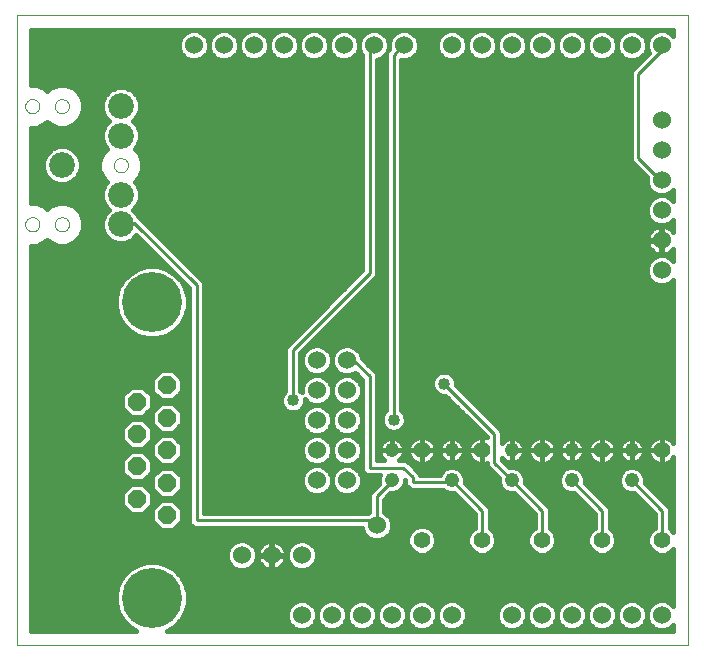
<source format=gtl>
G75*
G70*
%OFA0B0*%
%FSLAX24Y24*%
%IPPOS*%
%LPD*%
%AMOC8*
5,1,8,0,0,1.08239X$1,22.5*
%
%ADD10C,0.0000*%
%ADD11OC8,0.0600*%
%ADD12C,0.2000*%
%ADD13C,0.0600*%
%ADD14C,0.0476*%
%ADD15C,0.0554*%
%ADD16C,0.0860*%
%ADD17C,0.0100*%
%ADD18C,0.0400*%
%ADD19C,0.0160*%
D10*
X002701Y000554D02*
X002701Y021550D01*
X025071Y021550D01*
X025071Y000554D01*
X002701Y000554D01*
X002981Y014586D02*
X002983Y014616D01*
X002989Y014646D01*
X002998Y014675D01*
X003011Y014702D01*
X003028Y014727D01*
X003047Y014750D01*
X003070Y014771D01*
X003095Y014788D01*
X003121Y014802D01*
X003150Y014812D01*
X003179Y014819D01*
X003209Y014822D01*
X003240Y014821D01*
X003270Y014816D01*
X003299Y014807D01*
X003326Y014795D01*
X003352Y014780D01*
X003376Y014761D01*
X003397Y014739D01*
X003415Y014715D01*
X003430Y014688D01*
X003441Y014660D01*
X003449Y014631D01*
X003453Y014601D01*
X003453Y014571D01*
X003449Y014541D01*
X003441Y014512D01*
X003430Y014484D01*
X003415Y014457D01*
X003397Y014433D01*
X003376Y014411D01*
X003352Y014392D01*
X003326Y014377D01*
X003299Y014365D01*
X003270Y014356D01*
X003240Y014351D01*
X003209Y014350D01*
X003179Y014353D01*
X003150Y014360D01*
X003121Y014370D01*
X003095Y014384D01*
X003070Y014401D01*
X003047Y014422D01*
X003028Y014445D01*
X003011Y014470D01*
X002998Y014497D01*
X002989Y014526D01*
X002983Y014556D01*
X002981Y014586D01*
X003965Y014586D02*
X003967Y014616D01*
X003973Y014646D01*
X003982Y014675D01*
X003995Y014702D01*
X004012Y014727D01*
X004031Y014750D01*
X004054Y014771D01*
X004079Y014788D01*
X004105Y014802D01*
X004134Y014812D01*
X004163Y014819D01*
X004193Y014822D01*
X004224Y014821D01*
X004254Y014816D01*
X004283Y014807D01*
X004310Y014795D01*
X004336Y014780D01*
X004360Y014761D01*
X004381Y014739D01*
X004399Y014715D01*
X004414Y014688D01*
X004425Y014660D01*
X004433Y014631D01*
X004437Y014601D01*
X004437Y014571D01*
X004433Y014541D01*
X004425Y014512D01*
X004414Y014484D01*
X004399Y014457D01*
X004381Y014433D01*
X004360Y014411D01*
X004336Y014392D01*
X004310Y014377D01*
X004283Y014365D01*
X004254Y014356D01*
X004224Y014351D01*
X004193Y014350D01*
X004163Y014353D01*
X004134Y014360D01*
X004105Y014370D01*
X004079Y014384D01*
X004054Y014401D01*
X004031Y014422D01*
X004012Y014445D01*
X003995Y014470D01*
X003982Y014497D01*
X003973Y014526D01*
X003967Y014556D01*
X003965Y014586D01*
X005934Y016554D02*
X005936Y016584D01*
X005942Y016614D01*
X005951Y016643D01*
X005964Y016670D01*
X005981Y016695D01*
X006000Y016718D01*
X006023Y016739D01*
X006048Y016756D01*
X006074Y016770D01*
X006103Y016780D01*
X006132Y016787D01*
X006162Y016790D01*
X006193Y016789D01*
X006223Y016784D01*
X006252Y016775D01*
X006279Y016763D01*
X006305Y016748D01*
X006329Y016729D01*
X006350Y016707D01*
X006368Y016683D01*
X006383Y016656D01*
X006394Y016628D01*
X006402Y016599D01*
X006406Y016569D01*
X006406Y016539D01*
X006402Y016509D01*
X006394Y016480D01*
X006383Y016452D01*
X006368Y016425D01*
X006350Y016401D01*
X006329Y016379D01*
X006305Y016360D01*
X006279Y016345D01*
X006252Y016333D01*
X006223Y016324D01*
X006193Y016319D01*
X006162Y016318D01*
X006132Y016321D01*
X006103Y016328D01*
X006074Y016338D01*
X006048Y016352D01*
X006023Y016369D01*
X006000Y016390D01*
X005981Y016413D01*
X005964Y016438D01*
X005951Y016465D01*
X005942Y016494D01*
X005936Y016524D01*
X005934Y016554D01*
X003965Y018523D02*
X003967Y018553D01*
X003973Y018583D01*
X003982Y018612D01*
X003995Y018639D01*
X004012Y018664D01*
X004031Y018687D01*
X004054Y018708D01*
X004079Y018725D01*
X004105Y018739D01*
X004134Y018749D01*
X004163Y018756D01*
X004193Y018759D01*
X004224Y018758D01*
X004254Y018753D01*
X004283Y018744D01*
X004310Y018732D01*
X004336Y018717D01*
X004360Y018698D01*
X004381Y018676D01*
X004399Y018652D01*
X004414Y018625D01*
X004425Y018597D01*
X004433Y018568D01*
X004437Y018538D01*
X004437Y018508D01*
X004433Y018478D01*
X004425Y018449D01*
X004414Y018421D01*
X004399Y018394D01*
X004381Y018370D01*
X004360Y018348D01*
X004336Y018329D01*
X004310Y018314D01*
X004283Y018302D01*
X004254Y018293D01*
X004224Y018288D01*
X004193Y018287D01*
X004163Y018290D01*
X004134Y018297D01*
X004105Y018307D01*
X004079Y018321D01*
X004054Y018338D01*
X004031Y018359D01*
X004012Y018382D01*
X003995Y018407D01*
X003982Y018434D01*
X003973Y018463D01*
X003967Y018493D01*
X003965Y018523D01*
X002981Y018523D02*
X002983Y018553D01*
X002989Y018583D01*
X002998Y018612D01*
X003011Y018639D01*
X003028Y018664D01*
X003047Y018687D01*
X003070Y018708D01*
X003095Y018725D01*
X003121Y018739D01*
X003150Y018749D01*
X003179Y018756D01*
X003209Y018759D01*
X003240Y018758D01*
X003270Y018753D01*
X003299Y018744D01*
X003326Y018732D01*
X003352Y018717D01*
X003376Y018698D01*
X003397Y018676D01*
X003415Y018652D01*
X003430Y018625D01*
X003441Y018597D01*
X003449Y018568D01*
X003453Y018538D01*
X003453Y018508D01*
X003449Y018478D01*
X003441Y018449D01*
X003430Y018421D01*
X003415Y018394D01*
X003397Y018370D01*
X003376Y018348D01*
X003352Y018329D01*
X003326Y018314D01*
X003299Y018302D01*
X003270Y018293D01*
X003240Y018288D01*
X003209Y018287D01*
X003179Y018290D01*
X003150Y018297D01*
X003121Y018307D01*
X003095Y018321D01*
X003070Y018338D01*
X003047Y018359D01*
X003028Y018382D01*
X003011Y018407D01*
X002998Y018434D01*
X002989Y018463D01*
X002983Y018493D01*
X002981Y018523D01*
D11*
X007701Y009214D03*
X006701Y008674D03*
X007701Y008134D03*
X006701Y007594D03*
X007701Y007054D03*
X007701Y005974D03*
X006701Y005434D03*
X007701Y004894D03*
X006701Y006514D03*
D12*
X007201Y002124D03*
X007201Y011984D03*
D13*
X012701Y010054D03*
X013701Y010054D03*
X013701Y009054D03*
X012701Y009054D03*
X012701Y008054D03*
X013701Y008054D03*
X013701Y007054D03*
X012701Y007054D03*
X012701Y006054D03*
X013701Y006054D03*
X014701Y004554D03*
X012201Y003554D03*
X011201Y003554D03*
X010201Y003554D03*
X012201Y001554D03*
X013201Y001554D03*
X014201Y001554D03*
X015201Y001554D03*
X016201Y001554D03*
X017201Y001554D03*
X019201Y001554D03*
X020201Y001554D03*
X021201Y001554D03*
X022201Y001554D03*
X023201Y001554D03*
X024201Y001554D03*
X024201Y013054D03*
X024201Y014054D03*
X024201Y015054D03*
X024201Y016054D03*
X024201Y017054D03*
X024201Y018054D03*
X024201Y020554D03*
X023201Y020554D03*
X022201Y020554D03*
X021201Y020554D03*
X020201Y020554D03*
X019201Y020554D03*
X018201Y020554D03*
X017201Y020554D03*
X015601Y020554D03*
X014601Y020554D03*
X013601Y020554D03*
X012601Y020554D03*
X011601Y020554D03*
X010601Y020554D03*
X009601Y020554D03*
X008601Y020554D03*
D14*
X015201Y007054D03*
X015201Y006054D03*
X017201Y006054D03*
X017201Y007054D03*
X019201Y007054D03*
X019201Y006054D03*
X021201Y006054D03*
X021201Y007054D03*
X023201Y007054D03*
X023201Y006054D03*
D15*
X022201Y007054D03*
X020201Y007054D03*
X018201Y007054D03*
X016201Y007054D03*
X016201Y004054D03*
X018201Y004054D03*
X020201Y004054D03*
X022201Y004054D03*
X024201Y004054D03*
X024201Y007054D03*
D16*
X006170Y014586D03*
X006170Y015570D03*
X004201Y016554D03*
X006170Y017539D03*
X006170Y018523D03*
D17*
X006221Y014634D02*
X006170Y014586D01*
X006221Y014634D02*
X006621Y014634D01*
X008701Y012554D01*
X008701Y004714D01*
X014701Y004714D01*
X014701Y004554D01*
X014701Y004714D02*
X014701Y005514D01*
X015181Y005994D01*
X015201Y006054D01*
X015581Y006474D02*
X014461Y006474D01*
X014461Y009514D01*
X013981Y009994D01*
X013741Y009994D01*
X013701Y010054D01*
X011901Y010394D02*
X011901Y008714D01*
X011901Y010394D02*
X014461Y012954D01*
X014461Y020474D01*
X014541Y020554D01*
X014601Y020554D01*
X015261Y020234D02*
X015261Y008074D01*
X015581Y006474D02*
X015901Y006154D01*
X015901Y005994D01*
X017181Y005994D01*
X017201Y006054D01*
X018221Y005034D01*
X018221Y004074D01*
X018201Y004054D01*
X020201Y004054D02*
X020221Y004074D01*
X020221Y005034D01*
X019201Y006054D01*
X018621Y006634D01*
X018621Y007594D01*
X016941Y009274D01*
X021201Y006054D02*
X022221Y005034D01*
X022221Y004074D01*
X022201Y004054D01*
X024201Y004054D02*
X024221Y004074D01*
X024221Y005034D01*
X023201Y006054D01*
X024201Y016054D02*
X024141Y016074D01*
X023421Y016794D01*
X023421Y019594D01*
X024141Y020314D01*
X024141Y020554D01*
X024201Y020554D01*
X015601Y020554D02*
X015581Y020554D01*
X015261Y020234D01*
D18*
X016941Y009274D03*
X015261Y008074D03*
X011901Y008714D03*
D19*
X012201Y008980D02*
X012151Y009030D01*
X012151Y010291D01*
X014673Y012813D01*
X014711Y012905D01*
X014711Y013004D01*
X014711Y020059D01*
X014884Y020130D01*
X015011Y020257D01*
X015011Y020185D01*
X015011Y008390D01*
X014922Y008301D01*
X014861Y008154D01*
X014861Y007995D01*
X014922Y007848D01*
X015034Y007735D01*
X015181Y007674D01*
X015341Y007674D01*
X015488Y007735D01*
X015600Y007848D01*
X015661Y007995D01*
X015661Y008154D01*
X015600Y008301D01*
X015511Y008390D01*
X015511Y020054D01*
X015701Y020054D01*
X015884Y020130D01*
X016025Y020271D01*
X016101Y020455D01*
X016101Y020654D01*
X016025Y020838D01*
X015884Y020978D01*
X015701Y021054D01*
X015502Y021054D01*
X015318Y020978D01*
X015177Y020838D01*
X015101Y020654D01*
X015025Y020838D01*
X014884Y020978D01*
X014701Y021054D01*
X014502Y021054D01*
X014318Y020978D01*
X014177Y020838D01*
X014101Y020654D01*
X014025Y020838D01*
X013884Y020978D01*
X013701Y021054D01*
X013502Y021054D01*
X013318Y020978D01*
X013177Y020838D01*
X013101Y020654D01*
X013025Y020838D01*
X012884Y020978D01*
X012701Y021054D01*
X012502Y021054D01*
X012318Y020978D01*
X012177Y020838D01*
X012101Y020654D01*
X012025Y020838D01*
X011884Y020978D01*
X011701Y021054D01*
X011502Y021054D01*
X011318Y020978D01*
X011177Y020838D01*
X011101Y020654D01*
X011025Y020838D01*
X010884Y020978D01*
X010701Y021054D01*
X010502Y021054D01*
X010318Y020978D01*
X010177Y020838D01*
X010101Y020654D01*
X010025Y020838D01*
X009884Y020978D01*
X009701Y021054D01*
X009502Y021054D01*
X009318Y020978D01*
X009177Y020838D01*
X009101Y020654D01*
X009025Y020838D01*
X008884Y020978D01*
X008701Y021054D01*
X008502Y021054D01*
X008318Y020978D01*
X008177Y020838D01*
X008101Y020654D01*
X008101Y020455D01*
X008177Y020271D01*
X008318Y020130D01*
X008502Y020054D01*
X008701Y020054D01*
X008884Y020130D01*
X009025Y020271D01*
X009101Y020455D01*
X009101Y020654D01*
X009101Y020455D01*
X009177Y020271D01*
X009318Y020130D01*
X009502Y020054D01*
X009701Y020054D01*
X009884Y020130D01*
X010025Y020271D01*
X010101Y020455D01*
X010101Y020654D01*
X010101Y020455D01*
X010177Y020271D01*
X010318Y020130D01*
X010502Y020054D01*
X010701Y020054D01*
X010884Y020130D01*
X011025Y020271D01*
X011101Y020455D01*
X011101Y020654D01*
X011101Y020455D01*
X011177Y020271D01*
X011318Y020130D01*
X011502Y020054D01*
X011701Y020054D01*
X011884Y020130D01*
X012025Y020271D01*
X012101Y020455D01*
X012101Y020654D01*
X012101Y020455D01*
X012177Y020271D01*
X012318Y020130D01*
X012502Y020054D01*
X012701Y020054D01*
X012884Y020130D01*
X013025Y020271D01*
X013101Y020455D01*
X013101Y020654D01*
X013101Y020455D01*
X013177Y020271D01*
X013318Y020130D01*
X013502Y020054D01*
X013701Y020054D01*
X013884Y020130D01*
X014025Y020271D01*
X014101Y020455D01*
X014101Y020654D01*
X014101Y020455D01*
X014177Y020271D01*
X014211Y020237D01*
X014211Y013058D01*
X011759Y010606D01*
X011689Y010536D01*
X011651Y010444D01*
X011651Y009030D01*
X011562Y008941D01*
X011501Y008794D01*
X011501Y008635D01*
X011562Y008488D01*
X011674Y008375D01*
X011821Y008314D01*
X011981Y008314D01*
X012128Y008375D01*
X012240Y008488D01*
X012301Y008635D01*
X012301Y008747D01*
X012418Y008630D01*
X012602Y008554D01*
X012801Y008554D01*
X012984Y008630D01*
X013125Y008771D01*
X013201Y008955D01*
X013201Y009154D01*
X013125Y009338D01*
X012984Y009478D01*
X012801Y009554D01*
X012602Y009554D01*
X012418Y009478D01*
X012277Y009338D01*
X012201Y009154D01*
X012201Y008980D01*
X012201Y009116D02*
X012151Y009116D01*
X012151Y009274D02*
X012251Y009274D01*
X012151Y009433D02*
X012372Y009433D01*
X012418Y009630D02*
X012602Y009554D01*
X012801Y009554D01*
X012984Y009630D01*
X013125Y009771D01*
X013201Y009955D01*
X013201Y010154D01*
X013201Y009955D01*
X013277Y009771D01*
X013418Y009630D01*
X013602Y009554D01*
X013801Y009554D01*
X013984Y009630D01*
X013988Y009634D01*
X014211Y009411D01*
X014211Y006425D01*
X014249Y006333D01*
X014319Y006262D01*
X014411Y006224D01*
X014511Y006224D01*
X014798Y006224D01*
X014763Y006141D01*
X014763Y005967D01*
X014774Y005941D01*
X014560Y005726D01*
X014559Y005726D01*
X014489Y005656D01*
X014451Y005564D01*
X014451Y004992D01*
X014418Y004978D01*
X014404Y004964D01*
X008951Y004964D01*
X008951Y012505D01*
X008951Y012604D01*
X008913Y012696D01*
X006833Y014776D01*
X006763Y014846D01*
X006740Y014856D01*
X006704Y014943D01*
X006568Y015078D01*
X006704Y015213D01*
X006800Y015445D01*
X006800Y015695D01*
X006704Y015927D01*
X006629Y016001D01*
X006777Y016149D01*
X006886Y016412D01*
X006886Y016697D01*
X006777Y016960D01*
X006629Y017107D01*
X006704Y017182D01*
X006800Y017413D01*
X006800Y017664D01*
X006704Y017895D01*
X006568Y018031D01*
X006704Y018166D01*
X006800Y018397D01*
X006800Y018648D01*
X006704Y018880D01*
X006526Y019057D01*
X006295Y019153D01*
X006044Y019153D01*
X005813Y019057D01*
X005636Y018880D01*
X005540Y018648D01*
X005540Y018397D01*
X005636Y018166D01*
X005771Y018031D01*
X005636Y017895D01*
X005540Y017664D01*
X005540Y017413D01*
X005636Y017182D01*
X005710Y017107D01*
X005562Y016960D01*
X005453Y016697D01*
X005453Y016412D01*
X005562Y016149D01*
X005710Y016001D01*
X005636Y015927D01*
X005540Y015695D01*
X005540Y015445D01*
X005636Y015213D01*
X005771Y015078D01*
X005636Y014943D01*
X005540Y014711D01*
X005540Y014460D01*
X005636Y014229D01*
X005813Y014052D01*
X006044Y013956D01*
X006295Y013956D01*
X006526Y014052D01*
X006688Y014214D01*
X008451Y012451D01*
X008451Y004665D01*
X008489Y004573D01*
X008559Y004502D01*
X008651Y004464D01*
X008751Y004464D01*
X014201Y004464D01*
X014201Y004455D01*
X014277Y004271D01*
X014418Y004130D01*
X014602Y004054D01*
X014801Y004054D01*
X014984Y004130D01*
X015125Y004271D01*
X015201Y004455D01*
X015201Y004654D01*
X015125Y004838D01*
X014984Y004978D01*
X014951Y004992D01*
X014951Y005411D01*
X015157Y005617D01*
X015288Y005617D01*
X015449Y005683D01*
X015572Y005806D01*
X015639Y005967D01*
X015639Y006063D01*
X015651Y006051D01*
X015651Y005945D01*
X015630Y005945D01*
X015651Y005945D02*
X015689Y005853D01*
X015759Y005782D01*
X015851Y005744D01*
X015951Y005744D01*
X016892Y005744D01*
X016953Y005683D01*
X017114Y005617D01*
X017285Y005617D01*
X017971Y004931D01*
X017971Y004476D01*
X017931Y004459D01*
X017797Y004325D01*
X017724Y004149D01*
X017724Y003959D01*
X017797Y003784D01*
X017931Y003650D01*
X018106Y003577D01*
X018296Y003577D01*
X018471Y003650D01*
X018606Y003784D01*
X018678Y003959D01*
X018678Y004149D01*
X018606Y004325D01*
X018471Y004459D01*
X018471Y004985D01*
X018471Y005084D01*
X018433Y005176D01*
X017639Y005970D01*
X017639Y006141D01*
X017572Y006302D01*
X017449Y006425D01*
X017288Y006492D01*
X017114Y006492D01*
X016953Y006425D01*
X016830Y006302D01*
X016806Y006244D01*
X016134Y006244D01*
X016113Y006296D01*
X015793Y006616D01*
X015723Y006686D01*
X015631Y006724D01*
X015458Y006724D01*
X015473Y006736D01*
X015520Y006782D01*
X015558Y006835D01*
X015588Y006894D01*
X015609Y006956D01*
X015619Y007021D01*
X015619Y007054D01*
X015201Y007054D01*
X014783Y007054D01*
X014783Y007021D01*
X014794Y006956D01*
X014814Y006894D01*
X014844Y006835D01*
X014882Y006782D01*
X014929Y006736D01*
X014945Y006724D01*
X014711Y006724D01*
X014711Y009465D01*
X014711Y009564D01*
X014673Y009656D01*
X014201Y010128D01*
X014201Y010154D01*
X014125Y010338D01*
X013984Y010478D01*
X013801Y010554D01*
X013602Y010554D01*
X013418Y010478D01*
X013277Y010338D01*
X013201Y010154D01*
X013125Y010338D01*
X012984Y010478D01*
X012801Y010554D01*
X012602Y010554D01*
X012418Y010478D01*
X012277Y010338D01*
X012201Y010154D01*
X012201Y009955D01*
X012277Y009771D01*
X012418Y009630D01*
X012512Y009591D02*
X012151Y009591D01*
X012151Y009750D02*
X012298Y009750D01*
X012220Y009908D02*
X012151Y009908D01*
X012151Y010067D02*
X012201Y010067D01*
X012231Y010225D02*
X012151Y010225D01*
X012244Y010384D02*
X012324Y010384D01*
X012403Y010543D02*
X012573Y010543D01*
X012561Y010701D02*
X015011Y010701D01*
X015011Y010543D02*
X013829Y010543D01*
X013573Y010543D02*
X012829Y010543D01*
X013078Y010384D02*
X013324Y010384D01*
X013231Y010225D02*
X013171Y010225D01*
X013201Y010067D02*
X013201Y010067D01*
X013182Y009908D02*
X013220Y009908D01*
X013298Y009750D02*
X013104Y009750D01*
X012890Y009591D02*
X013512Y009591D01*
X013602Y009554D02*
X013418Y009478D01*
X013277Y009338D01*
X013201Y009154D01*
X013201Y008955D01*
X013277Y008771D01*
X013418Y008630D01*
X013602Y008554D01*
X013801Y008554D01*
X013984Y008630D01*
X014125Y008771D01*
X014201Y008955D01*
X014201Y009154D01*
X014125Y009338D01*
X013984Y009478D01*
X013801Y009554D01*
X013602Y009554D01*
X013372Y009433D02*
X013030Y009433D01*
X013151Y009274D02*
X013251Y009274D01*
X013201Y009116D02*
X013201Y009116D01*
X013201Y008957D02*
X013201Y008957D01*
X013136Y008799D02*
X013266Y008799D01*
X013408Y008640D02*
X012994Y008640D01*
X012976Y008481D02*
X013426Y008481D01*
X013418Y008478D02*
X013277Y008338D01*
X013201Y008154D01*
X013201Y007955D01*
X013125Y007771D01*
X012984Y007630D01*
X012801Y007554D01*
X012602Y007554D01*
X012418Y007630D01*
X012277Y007771D01*
X012201Y007955D01*
X012201Y008154D01*
X012277Y008338D01*
X012418Y008478D01*
X012602Y008554D01*
X012801Y008554D01*
X012984Y008478D01*
X013125Y008338D01*
X013201Y008154D01*
X013201Y007955D01*
X013277Y007771D01*
X013418Y007630D01*
X013602Y007554D01*
X013801Y007554D01*
X013984Y007630D01*
X014125Y007771D01*
X014201Y007955D01*
X014201Y008154D01*
X014125Y008338D01*
X013984Y008478D01*
X013801Y008554D01*
X013602Y008554D01*
X013418Y008478D01*
X013271Y008323D02*
X013131Y008323D01*
X013197Y008164D02*
X013206Y008164D01*
X013201Y008006D02*
X013201Y008006D01*
X013156Y007847D02*
X013246Y007847D01*
X013360Y007689D02*
X013043Y007689D01*
X012984Y007478D02*
X012801Y007554D01*
X012602Y007554D01*
X012418Y007478D01*
X012277Y007338D01*
X012201Y007154D01*
X012201Y006955D01*
X012277Y006771D01*
X012418Y006630D01*
X012602Y006554D01*
X012801Y006554D01*
X012984Y006630D01*
X013125Y006771D01*
X013201Y006955D01*
X013201Y007154D01*
X013201Y006955D01*
X013277Y006771D01*
X013418Y006630D01*
X013602Y006554D01*
X013801Y006554D01*
X013984Y006630D01*
X014125Y006771D01*
X014201Y006955D01*
X014201Y007154D01*
X014125Y007338D01*
X013984Y007478D01*
X013801Y007554D01*
X013602Y007554D01*
X013418Y007478D01*
X013277Y007338D01*
X013201Y007154D01*
X013125Y007338D01*
X012984Y007478D01*
X012859Y007530D02*
X013544Y007530D01*
X013311Y007372D02*
X013091Y007372D01*
X013176Y007213D02*
X013226Y007213D01*
X013201Y007055D02*
X013201Y007055D01*
X013177Y006896D02*
X013225Y006896D01*
X013311Y006738D02*
X013091Y006738D01*
X012860Y006579D02*
X013542Y006579D01*
X013602Y006554D02*
X013418Y006478D01*
X013277Y006338D01*
X013201Y006154D01*
X013201Y005955D01*
X013125Y005771D01*
X012984Y005630D01*
X012801Y005554D01*
X012602Y005554D01*
X012418Y005630D01*
X012277Y005771D01*
X012201Y005955D01*
X012201Y006154D01*
X012277Y006338D01*
X012418Y006478D01*
X012602Y006554D01*
X012801Y006554D01*
X012984Y006478D01*
X013125Y006338D01*
X013201Y006154D01*
X013201Y005955D01*
X013277Y005771D01*
X013418Y005630D01*
X013602Y005554D01*
X013801Y005554D01*
X013984Y005630D01*
X014125Y005771D01*
X014201Y005955D01*
X014201Y006154D01*
X014125Y006338D01*
X013984Y006478D01*
X013801Y006554D01*
X013602Y006554D01*
X013860Y006579D02*
X014211Y006579D01*
X014211Y006738D02*
X014091Y006738D01*
X014177Y006896D02*
X014211Y006896D01*
X014201Y007055D02*
X014211Y007055D01*
X014211Y007213D02*
X014176Y007213D01*
X014211Y007372D02*
X014091Y007372D01*
X014211Y007530D02*
X013859Y007530D01*
X014043Y007689D02*
X014211Y007689D01*
X014211Y007847D02*
X014156Y007847D01*
X014201Y008006D02*
X014211Y008006D01*
X014197Y008164D02*
X014211Y008164D01*
X014211Y008323D02*
X014131Y008323D01*
X014211Y008481D02*
X013976Y008481D01*
X013994Y008640D02*
X014211Y008640D01*
X014211Y008799D02*
X014136Y008799D01*
X014201Y008957D02*
X014211Y008957D01*
X014201Y009116D02*
X014211Y009116D01*
X014211Y009274D02*
X014151Y009274D01*
X014189Y009433D02*
X014030Y009433D01*
X014031Y009591D02*
X013890Y009591D01*
X014262Y010067D02*
X015011Y010067D01*
X015011Y010225D02*
X014171Y010225D01*
X014078Y010384D02*
X015011Y010384D01*
X015011Y010860D02*
X012720Y010860D01*
X012878Y011018D02*
X015011Y011018D01*
X015011Y011177D02*
X013037Y011177D01*
X013196Y011335D02*
X015011Y011335D01*
X015011Y011494D02*
X013354Y011494D01*
X013513Y011652D02*
X015011Y011652D01*
X015011Y011811D02*
X013671Y011811D01*
X013830Y011969D02*
X015011Y011969D01*
X015011Y012128D02*
X013988Y012128D01*
X014147Y012287D02*
X015011Y012287D01*
X015011Y012445D02*
X014305Y012445D01*
X014464Y012604D02*
X015011Y012604D01*
X015011Y012762D02*
X014622Y012762D01*
X014711Y012921D02*
X015011Y012921D01*
X015011Y013079D02*
X014711Y013079D01*
X014711Y013238D02*
X015011Y013238D01*
X015011Y013396D02*
X014711Y013396D01*
X014711Y013555D02*
X015011Y013555D01*
X015011Y013713D02*
X014711Y013713D01*
X014711Y013872D02*
X015011Y013872D01*
X015011Y014031D02*
X014711Y014031D01*
X014711Y014189D02*
X015011Y014189D01*
X015011Y014348D02*
X014711Y014348D01*
X014711Y014506D02*
X015011Y014506D01*
X015011Y014665D02*
X014711Y014665D01*
X014711Y014823D02*
X015011Y014823D01*
X015011Y014982D02*
X014711Y014982D01*
X014711Y015140D02*
X015011Y015140D01*
X015011Y015299D02*
X014711Y015299D01*
X014711Y015457D02*
X015011Y015457D01*
X015011Y015616D02*
X014711Y015616D01*
X014711Y015774D02*
X015011Y015774D01*
X015011Y015933D02*
X014711Y015933D01*
X014711Y016092D02*
X015011Y016092D01*
X015011Y016250D02*
X014711Y016250D01*
X014711Y016409D02*
X015011Y016409D01*
X015011Y016567D02*
X014711Y016567D01*
X014711Y016726D02*
X015011Y016726D01*
X015011Y016884D02*
X014711Y016884D01*
X014711Y017043D02*
X015011Y017043D01*
X015011Y017201D02*
X014711Y017201D01*
X014711Y017360D02*
X015011Y017360D01*
X015011Y017518D02*
X014711Y017518D01*
X014711Y017677D02*
X015011Y017677D01*
X015011Y017836D02*
X014711Y017836D01*
X014711Y017994D02*
X015011Y017994D01*
X015011Y018153D02*
X014711Y018153D01*
X014711Y018311D02*
X015011Y018311D01*
X015011Y018470D02*
X014711Y018470D01*
X014711Y018628D02*
X015011Y018628D01*
X015011Y018787D02*
X014711Y018787D01*
X014711Y018945D02*
X015011Y018945D01*
X015011Y019104D02*
X014711Y019104D01*
X014711Y019262D02*
X015011Y019262D01*
X015011Y019421D02*
X014711Y019421D01*
X014711Y019580D02*
X015011Y019580D01*
X015011Y019738D02*
X014711Y019738D01*
X014711Y019897D02*
X015011Y019897D01*
X015011Y020055D02*
X014711Y020055D01*
X014968Y020214D02*
X015011Y020214D01*
X015082Y020409D02*
X015101Y020455D01*
X015101Y020654D01*
X015101Y020455D01*
X015109Y020436D01*
X015082Y020409D01*
X015101Y020531D02*
X015101Y020531D01*
X015086Y020689D02*
X015116Y020689D01*
X015188Y020848D02*
X015015Y020848D01*
X014816Y021006D02*
X015386Y021006D01*
X015816Y021006D02*
X016986Y021006D01*
X016918Y020978D02*
X016777Y020838D01*
X016701Y020654D01*
X016701Y020455D01*
X016777Y020271D01*
X016918Y020130D01*
X017102Y020054D01*
X017301Y020054D01*
X017484Y020130D01*
X017625Y020271D01*
X017701Y020455D01*
X017701Y020654D01*
X017625Y020838D01*
X017484Y020978D01*
X017301Y021054D01*
X017102Y021054D01*
X016918Y020978D01*
X016788Y020848D02*
X016015Y020848D01*
X016086Y020689D02*
X016716Y020689D01*
X016701Y020531D02*
X016101Y020531D01*
X016067Y020372D02*
X016735Y020372D01*
X016835Y020214D02*
X015968Y020214D01*
X015703Y020055D02*
X017100Y020055D01*
X017303Y020055D02*
X018100Y020055D01*
X018102Y020054D02*
X018301Y020054D01*
X018484Y020130D01*
X018625Y020271D01*
X018701Y020455D01*
X018701Y020654D01*
X018625Y020838D01*
X018484Y020978D01*
X018301Y021054D01*
X018102Y021054D01*
X017918Y020978D01*
X017777Y020838D01*
X017701Y020654D01*
X017701Y020455D01*
X017777Y020271D01*
X017918Y020130D01*
X018102Y020054D01*
X018303Y020055D02*
X019100Y020055D01*
X019102Y020054D02*
X019301Y020054D01*
X019484Y020130D01*
X019625Y020271D01*
X019701Y020455D01*
X019701Y020654D01*
X019625Y020838D01*
X019484Y020978D01*
X019301Y021054D01*
X019102Y021054D01*
X018918Y020978D01*
X018777Y020838D01*
X018701Y020654D01*
X018701Y020455D01*
X018777Y020271D01*
X018918Y020130D01*
X019102Y020054D01*
X019303Y020055D02*
X020100Y020055D01*
X020102Y020054D02*
X020301Y020054D01*
X020484Y020130D01*
X020625Y020271D01*
X020701Y020455D01*
X020701Y020654D01*
X020625Y020838D01*
X020484Y020978D01*
X020301Y021054D01*
X020102Y021054D01*
X019918Y020978D01*
X019777Y020838D01*
X019701Y020654D01*
X019701Y020455D01*
X019777Y020271D01*
X019918Y020130D01*
X020102Y020054D01*
X020303Y020055D02*
X021100Y020055D01*
X021102Y020054D02*
X021301Y020054D01*
X021484Y020130D01*
X021625Y020271D01*
X021701Y020455D01*
X021701Y020654D01*
X021625Y020838D01*
X021484Y020978D01*
X021301Y021054D01*
X021102Y021054D01*
X020918Y020978D01*
X020777Y020838D01*
X020701Y020654D01*
X020701Y020455D01*
X020777Y020271D01*
X020918Y020130D01*
X021102Y020054D01*
X021303Y020055D02*
X022100Y020055D01*
X022102Y020054D02*
X022301Y020054D01*
X022484Y020130D01*
X022625Y020271D01*
X022701Y020455D01*
X022701Y020654D01*
X022625Y020838D01*
X022484Y020978D01*
X022301Y021054D01*
X022102Y021054D01*
X021918Y020978D01*
X021777Y020838D01*
X021701Y020654D01*
X021701Y020455D01*
X021777Y020271D01*
X021918Y020130D01*
X022102Y020054D01*
X022303Y020055D02*
X023100Y020055D01*
X023102Y020054D02*
X023301Y020054D01*
X023484Y020130D01*
X023625Y020271D01*
X023701Y020455D01*
X023701Y020654D01*
X023625Y020838D01*
X023484Y020978D01*
X023301Y021054D01*
X023102Y021054D01*
X022918Y020978D01*
X022777Y020838D01*
X022701Y020654D01*
X022701Y020455D01*
X022777Y020271D01*
X022918Y020130D01*
X023102Y020054D01*
X023303Y020055D02*
X023528Y020055D01*
X023568Y020214D02*
X023687Y020214D01*
X023768Y020294D02*
X023209Y019736D01*
X023171Y019644D01*
X023171Y019545D01*
X023171Y016745D01*
X023209Y016653D01*
X023279Y016582D01*
X023703Y016159D01*
X023701Y016154D01*
X023701Y015955D01*
X023777Y015771D01*
X023918Y015630D01*
X024102Y015554D01*
X023918Y015478D01*
X023777Y015338D01*
X023701Y015154D01*
X023701Y014955D01*
X023777Y014771D01*
X023918Y014630D01*
X024102Y014554D01*
X024301Y014554D01*
X024484Y014630D01*
X024591Y014737D01*
X024591Y014334D01*
X024567Y014367D01*
X024514Y014420D01*
X024453Y014465D01*
X024385Y014499D01*
X024314Y014522D01*
X024239Y014534D01*
X024221Y014534D01*
X024221Y014075D01*
X024181Y014075D01*
X024181Y014534D01*
X024163Y014534D01*
X024089Y014522D01*
X024017Y014499D01*
X023950Y014465D01*
X023888Y014420D01*
X023835Y014367D01*
X023791Y014306D01*
X023756Y014239D01*
X023733Y014167D01*
X023721Y014092D01*
X023721Y014074D01*
X024181Y014074D01*
X024181Y014034D01*
X024221Y014034D01*
X024221Y013574D01*
X024239Y013574D01*
X024314Y013586D01*
X024385Y013609D01*
X024453Y013644D01*
X024514Y013688D01*
X024567Y013742D01*
X024591Y013775D01*
X024591Y013371D01*
X024484Y013478D01*
X024301Y013554D01*
X024102Y013554D01*
X023918Y013478D01*
X023777Y013338D01*
X023701Y013154D01*
X023701Y012955D01*
X023777Y012771D01*
X023918Y012630D01*
X024102Y012554D01*
X024301Y012554D01*
X024484Y012630D01*
X024591Y012737D01*
X024591Y007295D01*
X024550Y007352D01*
X024499Y007403D01*
X024441Y007445D01*
X024377Y007478D01*
X024308Y007500D01*
X024237Y007511D01*
X024210Y007511D01*
X024210Y007063D01*
X024192Y007063D01*
X024192Y007046D01*
X023744Y007046D01*
X023744Y007018D01*
X023755Y006947D01*
X023777Y006879D01*
X023810Y006815D01*
X023852Y006756D01*
X023903Y006706D01*
X023961Y006663D01*
X024026Y006631D01*
X024094Y006608D01*
X024165Y006597D01*
X024192Y006597D01*
X024192Y007045D01*
X024210Y007045D01*
X024210Y006597D01*
X024237Y006597D01*
X024308Y006608D01*
X024377Y006631D01*
X024441Y006663D01*
X024499Y006706D01*
X024550Y006756D01*
X024591Y006814D01*
X024591Y004339D01*
X024471Y004459D01*
X024471Y004985D01*
X024471Y005084D01*
X024433Y005176D01*
X023639Y005970D01*
X023639Y006141D01*
X023572Y006302D01*
X023449Y006425D01*
X023288Y006492D01*
X023114Y006492D01*
X022953Y006425D01*
X022830Y006302D01*
X022763Y006141D01*
X022763Y005967D01*
X022830Y005806D01*
X022953Y005683D01*
X023114Y005617D01*
X023285Y005617D01*
X023971Y004931D01*
X023971Y004476D01*
X023931Y004459D01*
X023797Y004325D01*
X023724Y004149D01*
X023724Y003959D01*
X023797Y003784D01*
X023931Y003650D01*
X024106Y003577D01*
X024296Y003577D01*
X024471Y003650D01*
X024591Y003770D01*
X024591Y001871D01*
X024484Y001978D01*
X024301Y002054D01*
X024102Y002054D01*
X023918Y001978D01*
X023777Y001838D01*
X023701Y001654D01*
X023625Y001838D01*
X023484Y001978D01*
X023301Y002054D01*
X023102Y002054D01*
X022918Y001978D01*
X022777Y001838D01*
X022701Y001654D01*
X022701Y001455D01*
X022625Y001271D01*
X022484Y001130D01*
X022301Y001054D01*
X022102Y001054D01*
X021918Y001130D01*
X021777Y001271D01*
X021701Y001455D01*
X021625Y001271D01*
X021484Y001130D01*
X021301Y001054D01*
X021102Y001054D01*
X020918Y001130D01*
X020777Y001271D01*
X020701Y001455D01*
X020625Y001271D01*
X020484Y001130D01*
X020301Y001054D01*
X020102Y001054D01*
X019918Y001130D01*
X019777Y001271D01*
X019701Y001455D01*
X019625Y001271D01*
X019484Y001130D01*
X019301Y001054D01*
X019102Y001054D01*
X018918Y001130D01*
X018777Y001271D01*
X018701Y001455D01*
X018701Y001654D01*
X018777Y001838D01*
X018918Y001978D01*
X019102Y002054D01*
X019301Y002054D01*
X019484Y001978D01*
X019625Y001838D01*
X019701Y001654D01*
X019701Y001455D01*
X019701Y001654D01*
X019777Y001838D01*
X019918Y001978D01*
X020102Y002054D01*
X020301Y002054D01*
X020484Y001978D01*
X020625Y001838D01*
X020701Y001654D01*
X020701Y001455D01*
X020701Y001654D01*
X020777Y001838D01*
X020918Y001978D01*
X021102Y002054D01*
X021301Y002054D01*
X021484Y001978D01*
X021625Y001838D01*
X021701Y001654D01*
X021701Y001455D01*
X021701Y001654D01*
X021777Y001838D01*
X021918Y001978D01*
X022102Y002054D01*
X022301Y002054D01*
X022484Y001978D01*
X022625Y001838D01*
X022701Y001654D01*
X022701Y001455D01*
X022777Y001271D01*
X022918Y001130D01*
X023102Y001054D01*
X023301Y001054D01*
X023484Y001130D01*
X023625Y001271D01*
X023701Y001455D01*
X023701Y001654D01*
X023701Y001455D01*
X023777Y001271D01*
X023918Y001130D01*
X024102Y001054D01*
X024301Y001054D01*
X024484Y001130D01*
X024591Y001237D01*
X024591Y001034D01*
X007713Y001034D01*
X007938Y001164D01*
X008161Y001387D01*
X008319Y001661D01*
X008401Y001966D01*
X008401Y002282D01*
X008319Y002587D01*
X008161Y002861D01*
X007938Y003085D01*
X007664Y003243D01*
X007359Y003324D01*
X007043Y003324D01*
X006738Y003243D01*
X006464Y003085D01*
X006241Y002861D01*
X006083Y002587D01*
X006001Y002282D01*
X006001Y001966D01*
X006083Y001661D01*
X006241Y001387D01*
X006464Y001164D01*
X006689Y001034D01*
X003181Y001034D01*
X003181Y013870D01*
X003359Y013870D01*
X003623Y013979D01*
X003709Y014065D01*
X003795Y013979D01*
X004059Y013870D01*
X004344Y013870D01*
X004607Y013979D01*
X004808Y014180D01*
X004917Y014443D01*
X004917Y014728D01*
X004808Y014991D01*
X004607Y015193D01*
X004344Y015302D01*
X004059Y015302D01*
X003795Y015193D01*
X003709Y015107D01*
X003623Y015193D01*
X003359Y015302D01*
X003181Y015302D01*
X003181Y017807D01*
X003359Y017807D01*
X003623Y017916D01*
X003709Y018002D01*
X003795Y017916D01*
X004059Y017807D01*
X004344Y017807D01*
X004607Y017916D01*
X004808Y018117D01*
X004917Y018380D01*
X004917Y018665D01*
X004808Y018929D01*
X004607Y019130D01*
X004344Y019239D01*
X004059Y019239D01*
X003795Y019130D01*
X003709Y019044D01*
X003623Y019130D01*
X003359Y019239D01*
X003181Y019239D01*
X003181Y021070D01*
X024591Y021070D01*
X024591Y020871D01*
X024484Y020978D01*
X024301Y021054D01*
X024102Y021054D01*
X023918Y020978D01*
X023777Y020838D01*
X023701Y020654D01*
X023701Y020455D01*
X023768Y020294D01*
X023735Y020372D02*
X023667Y020372D01*
X023701Y020531D02*
X023701Y020531D01*
X023686Y020689D02*
X023716Y020689D01*
X023788Y020848D02*
X023615Y020848D01*
X023416Y021006D02*
X023986Y021006D01*
X024416Y021006D02*
X024591Y021006D01*
X023370Y019897D02*
X015511Y019897D01*
X015511Y019738D02*
X023211Y019738D01*
X023171Y019580D02*
X015511Y019580D01*
X015511Y019421D02*
X023171Y019421D01*
X023171Y019262D02*
X015511Y019262D01*
X015511Y019104D02*
X023171Y019104D01*
X023171Y018945D02*
X015511Y018945D01*
X015511Y018787D02*
X023171Y018787D01*
X023171Y018628D02*
X015511Y018628D01*
X015511Y018470D02*
X023171Y018470D01*
X023171Y018311D02*
X015511Y018311D01*
X015511Y018153D02*
X023171Y018153D01*
X023171Y017994D02*
X015511Y017994D01*
X015511Y017836D02*
X023171Y017836D01*
X023171Y017677D02*
X015511Y017677D01*
X015511Y017518D02*
X023171Y017518D01*
X023171Y017360D02*
X015511Y017360D01*
X015511Y017201D02*
X023171Y017201D01*
X023171Y017043D02*
X015511Y017043D01*
X015511Y016884D02*
X023171Y016884D01*
X023179Y016726D02*
X015511Y016726D01*
X015511Y016567D02*
X023295Y016567D01*
X023453Y016409D02*
X015511Y016409D01*
X015511Y016250D02*
X023612Y016250D01*
X023701Y016092D02*
X015511Y016092D01*
X015511Y015933D02*
X023710Y015933D01*
X023776Y015774D02*
X015511Y015774D01*
X015511Y015616D02*
X023953Y015616D01*
X024102Y015554D02*
X024301Y015554D01*
X024102Y015554D01*
X024301Y015554D02*
X024484Y015478D01*
X024591Y015371D01*
X024591Y015737D01*
X024484Y015630D01*
X024301Y015554D01*
X024449Y015616D02*
X024591Y015616D01*
X024591Y015457D02*
X024505Y015457D01*
X023897Y015457D02*
X015511Y015457D01*
X015511Y015299D02*
X023761Y015299D01*
X023701Y015140D02*
X015511Y015140D01*
X015511Y014982D02*
X023701Y014982D01*
X023756Y014823D02*
X015511Y014823D01*
X015511Y014665D02*
X023884Y014665D01*
X024038Y014506D02*
X015511Y014506D01*
X015511Y014348D02*
X023821Y014348D01*
X023740Y014189D02*
X015511Y014189D01*
X015511Y014031D02*
X023721Y014031D01*
X023721Y014034D02*
X023721Y014017D01*
X023733Y013942D01*
X023756Y013870D01*
X023791Y013803D01*
X023835Y013742D01*
X023888Y013688D01*
X023950Y013644D01*
X024017Y013609D01*
X024089Y013586D01*
X024163Y013574D01*
X024181Y013574D01*
X024181Y014034D01*
X023721Y014034D01*
X023756Y013872D02*
X015511Y013872D01*
X015511Y013713D02*
X023863Y013713D01*
X024181Y013713D02*
X024221Y013713D01*
X024221Y013872D02*
X024181Y013872D01*
X024181Y014031D02*
X024221Y014031D01*
X024221Y014189D02*
X024181Y014189D01*
X024181Y014348D02*
X024221Y014348D01*
X024221Y014506D02*
X024181Y014506D01*
X024364Y014506D02*
X024591Y014506D01*
X024581Y014348D02*
X024591Y014348D01*
X024591Y014665D02*
X024519Y014665D01*
X024539Y013713D02*
X024591Y013713D01*
X024591Y013555D02*
X015511Y013555D01*
X015511Y013396D02*
X023836Y013396D01*
X023736Y013238D02*
X015511Y013238D01*
X015511Y013079D02*
X023701Y013079D01*
X023715Y012921D02*
X015511Y012921D01*
X015511Y012762D02*
X023786Y012762D01*
X023983Y012604D02*
X015511Y012604D01*
X015511Y012445D02*
X024591Y012445D01*
X024591Y012287D02*
X015511Y012287D01*
X015511Y012128D02*
X024591Y012128D01*
X024591Y011969D02*
X015511Y011969D01*
X015511Y011811D02*
X024591Y011811D01*
X024591Y011652D02*
X015511Y011652D01*
X015511Y011494D02*
X024591Y011494D01*
X024591Y011335D02*
X015511Y011335D01*
X015511Y011177D02*
X024591Y011177D01*
X024591Y011018D02*
X015511Y011018D01*
X015511Y010860D02*
X024591Y010860D01*
X024591Y010701D02*
X015511Y010701D01*
X015511Y010543D02*
X024591Y010543D01*
X024591Y010384D02*
X015511Y010384D01*
X015511Y010225D02*
X024591Y010225D01*
X024591Y010067D02*
X015511Y010067D01*
X015511Y009908D02*
X024591Y009908D01*
X024591Y009750D02*
X015511Y009750D01*
X015511Y009591D02*
X016692Y009591D01*
X016714Y009613D02*
X016602Y009501D01*
X016541Y009354D01*
X016541Y009195D01*
X016602Y009048D01*
X016714Y008935D01*
X016861Y008874D01*
X016988Y008874D01*
X018371Y007491D01*
X018371Y007480D01*
X018308Y007500D01*
X018237Y007511D01*
X018210Y007511D01*
X018210Y007063D01*
X018192Y007063D01*
X018192Y007046D01*
X017744Y007046D01*
X017744Y007018D01*
X017755Y006947D01*
X017777Y006879D01*
X017810Y006815D01*
X017852Y006756D01*
X017903Y006706D01*
X017961Y006663D01*
X018026Y006631D01*
X018094Y006608D01*
X018165Y006597D01*
X018192Y006597D01*
X018192Y007045D01*
X018210Y007045D01*
X018210Y006597D01*
X018237Y006597D01*
X018308Y006608D01*
X018371Y006629D01*
X018371Y006585D01*
X018409Y006493D01*
X018763Y006139D01*
X018763Y005967D01*
X018830Y005806D01*
X018953Y005683D01*
X019114Y005617D01*
X019285Y005617D01*
X019971Y004931D01*
X019971Y004476D01*
X019931Y004459D01*
X019797Y004325D01*
X019724Y004149D01*
X019724Y003959D01*
X019797Y003784D01*
X019931Y003650D01*
X020106Y003577D01*
X020296Y003577D01*
X020471Y003650D01*
X020606Y003784D01*
X020678Y003959D01*
X020678Y004149D01*
X020606Y004325D01*
X020471Y004459D01*
X020471Y004985D01*
X020471Y005084D01*
X020433Y005176D01*
X019639Y005970D01*
X019639Y006141D01*
X019572Y006302D01*
X019449Y006425D01*
X019288Y006492D01*
X019117Y006492D01*
X018871Y006738D01*
X018871Y006798D01*
X018882Y006782D01*
X018929Y006736D01*
X018982Y006697D01*
X019041Y006667D01*
X019103Y006647D01*
X019168Y006637D01*
X019201Y006637D01*
X019201Y007054D01*
X019201Y007054D01*
X019201Y006637D01*
X019234Y006637D01*
X019299Y006647D01*
X019361Y006667D01*
X019420Y006697D01*
X019473Y006736D01*
X019520Y006782D01*
X019558Y006835D01*
X019588Y006894D01*
X019609Y006956D01*
X019619Y007021D01*
X019619Y007054D01*
X019201Y007054D01*
X019201Y007054D01*
X019619Y007054D01*
X019619Y007087D01*
X019609Y007152D01*
X019588Y007215D01*
X019558Y007273D01*
X019520Y007326D01*
X019473Y007373D01*
X019420Y007412D01*
X019361Y007441D01*
X019299Y007462D01*
X019234Y007472D01*
X019201Y007472D01*
X019168Y007472D01*
X019103Y007462D01*
X019041Y007441D01*
X018982Y007412D01*
X018929Y007373D01*
X018882Y007326D01*
X018871Y007311D01*
X018871Y007545D01*
X018871Y007644D01*
X018833Y007736D01*
X017341Y009228D01*
X017341Y009354D01*
X017280Y009501D01*
X017168Y009613D01*
X017021Y009674D01*
X016861Y009674D01*
X016714Y009613D01*
X016574Y009433D02*
X015511Y009433D01*
X015511Y009274D02*
X016541Y009274D01*
X016574Y009116D02*
X015511Y009116D01*
X015511Y008957D02*
X016693Y008957D01*
X017063Y008799D02*
X015511Y008799D01*
X015511Y008640D02*
X017222Y008640D01*
X017380Y008481D02*
X015511Y008481D01*
X015578Y008323D02*
X017539Y008323D01*
X017697Y008164D02*
X015657Y008164D01*
X015661Y008006D02*
X017856Y008006D01*
X018015Y007847D02*
X015600Y007847D01*
X015376Y007689D02*
X018173Y007689D01*
X018165Y007511D02*
X018094Y007500D01*
X018026Y007478D01*
X017961Y007445D01*
X017903Y007403D01*
X017852Y007352D01*
X017810Y007294D01*
X017777Y007230D01*
X017755Y007161D01*
X017744Y007090D01*
X017744Y007063D01*
X018192Y007063D01*
X018192Y007511D01*
X018165Y007511D01*
X018192Y007372D02*
X018210Y007372D01*
X018210Y007213D02*
X018192Y007213D01*
X018192Y007055D02*
X017619Y007055D01*
X017619Y007054D02*
X017619Y007087D01*
X017609Y007152D01*
X017588Y007215D01*
X017558Y007273D01*
X017520Y007326D01*
X017473Y007373D01*
X017420Y007412D01*
X017361Y007441D01*
X017299Y007462D01*
X017234Y007472D01*
X017201Y007472D01*
X017168Y007472D01*
X017103Y007462D01*
X017041Y007441D01*
X016982Y007412D01*
X016929Y007373D01*
X016882Y007326D01*
X016844Y007273D01*
X016814Y007215D01*
X016794Y007152D01*
X016783Y007087D01*
X016783Y007054D01*
X016783Y007021D01*
X016794Y006956D01*
X016814Y006894D01*
X016844Y006835D01*
X016882Y006782D01*
X016929Y006736D01*
X016982Y006697D01*
X017041Y006667D01*
X017103Y006647D01*
X017168Y006637D01*
X017201Y006637D01*
X017201Y007054D01*
X017201Y007054D01*
X017201Y006637D01*
X017234Y006637D01*
X017299Y006647D01*
X017361Y006667D01*
X017420Y006697D01*
X017473Y006736D01*
X017520Y006782D01*
X017558Y006835D01*
X017588Y006894D01*
X017609Y006956D01*
X017619Y007021D01*
X017619Y007054D01*
X017201Y007054D01*
X016783Y007054D01*
X017201Y007054D01*
X017201Y007054D01*
X017201Y007054D01*
X017619Y007054D01*
X017589Y006896D02*
X017772Y006896D01*
X017871Y006738D02*
X017475Y006738D01*
X017201Y006738D02*
X017201Y006738D01*
X017201Y006896D02*
X017201Y006896D01*
X017201Y007055D02*
X017201Y007472D01*
X017201Y007055D01*
X017201Y007055D01*
X017201Y007213D02*
X017201Y007213D01*
X017201Y007372D02*
X017201Y007372D01*
X016928Y007372D02*
X016530Y007372D01*
X016550Y007352D02*
X016499Y007403D01*
X016441Y007445D01*
X016377Y007478D01*
X016308Y007500D01*
X016237Y007511D01*
X016210Y007511D01*
X016210Y007063D01*
X016658Y007063D01*
X016658Y007090D01*
X016647Y007161D01*
X016625Y007230D01*
X016592Y007294D01*
X016550Y007352D01*
X016630Y007213D02*
X016813Y007213D01*
X016783Y007055D02*
X016210Y007055D01*
X016210Y007063D02*
X016210Y007046D01*
X016658Y007046D01*
X016658Y007018D01*
X016647Y006947D01*
X016625Y006879D01*
X016592Y006815D01*
X016550Y006756D01*
X016499Y006706D01*
X016441Y006663D01*
X016377Y006631D01*
X016308Y006608D01*
X016237Y006597D01*
X016210Y006597D01*
X016210Y007045D01*
X016192Y007045D01*
X016192Y006597D01*
X016165Y006597D01*
X016094Y006608D01*
X016026Y006631D01*
X015961Y006663D01*
X015903Y006706D01*
X015852Y006756D01*
X015810Y006815D01*
X015777Y006879D01*
X015755Y006947D01*
X015744Y007018D01*
X015744Y007046D01*
X016192Y007046D01*
X016192Y007063D01*
X015744Y007063D01*
X015744Y007090D01*
X015755Y007161D01*
X015777Y007230D01*
X015810Y007294D01*
X015852Y007352D01*
X015903Y007403D01*
X015961Y007445D01*
X016026Y007478D01*
X016094Y007500D01*
X016165Y007511D01*
X016192Y007511D01*
X016192Y007063D01*
X016210Y007063D01*
X016192Y007055D02*
X015619Y007055D01*
X015619Y007054D02*
X015619Y007087D01*
X015609Y007152D01*
X015588Y007215D01*
X015558Y007273D01*
X015520Y007326D01*
X015473Y007373D01*
X015420Y007412D01*
X015361Y007441D01*
X015299Y007462D01*
X015234Y007472D01*
X015201Y007472D01*
X015168Y007472D01*
X015103Y007462D01*
X015041Y007441D01*
X014982Y007412D01*
X014929Y007373D01*
X014882Y007326D01*
X014844Y007273D01*
X014814Y007215D01*
X014794Y007152D01*
X014783Y007087D01*
X014783Y007054D01*
X015201Y007054D01*
X015201Y007054D01*
X015201Y007054D01*
X015619Y007054D01*
X015589Y006896D02*
X015772Y006896D01*
X015871Y006738D02*
X015475Y006738D01*
X015201Y007055D02*
X015201Y007055D01*
X015201Y007472D01*
X015201Y007055D01*
X015201Y007213D02*
X015201Y007213D01*
X015201Y007372D02*
X015201Y007372D01*
X014928Y007372D02*
X014711Y007372D01*
X014711Y007530D02*
X018332Y007530D01*
X017872Y007372D02*
X017475Y007372D01*
X017589Y007213D02*
X017772Y007213D01*
X018192Y006896D02*
X018210Y006896D01*
X018210Y006738D02*
X018192Y006738D01*
X018373Y006579D02*
X015830Y006579D01*
X015988Y006420D02*
X016948Y006420D01*
X016813Y006262D02*
X016127Y006262D01*
X016192Y006738D02*
X016210Y006738D01*
X016210Y006896D02*
X016192Y006896D01*
X016192Y007213D02*
X016210Y007213D01*
X016210Y007372D02*
X016192Y007372D01*
X015872Y007372D02*
X015475Y007372D01*
X015589Y007213D02*
X015772Y007213D01*
X015147Y007689D02*
X014711Y007689D01*
X014711Y007847D02*
X014922Y007847D01*
X014861Y008006D02*
X014711Y008006D01*
X014711Y008164D02*
X014865Y008164D01*
X014944Y008323D02*
X014711Y008323D01*
X014711Y008481D02*
X015011Y008481D01*
X015011Y008640D02*
X014711Y008640D01*
X014711Y008799D02*
X015011Y008799D01*
X015011Y008957D02*
X014711Y008957D01*
X014711Y009116D02*
X015011Y009116D01*
X015011Y009274D02*
X014711Y009274D01*
X014711Y009433D02*
X015011Y009433D01*
X015011Y009591D02*
X014700Y009591D01*
X014579Y009750D02*
X015011Y009750D01*
X015011Y009908D02*
X014421Y009908D01*
X012489Y011335D02*
X008951Y011335D01*
X008951Y011177D02*
X012330Y011177D01*
X012171Y011018D02*
X008951Y011018D01*
X008951Y010860D02*
X012013Y010860D01*
X011854Y010701D02*
X008951Y010701D01*
X008951Y010543D02*
X011696Y010543D01*
X011651Y010384D02*
X008951Y010384D01*
X008951Y010225D02*
X011651Y010225D01*
X011651Y010067D02*
X008951Y010067D01*
X008951Y009908D02*
X011651Y009908D01*
X011651Y009750D02*
X008951Y009750D01*
X008951Y009591D02*
X011651Y009591D01*
X011651Y009433D02*
X008951Y009433D01*
X008951Y009274D02*
X011651Y009274D01*
X011651Y009116D02*
X008951Y009116D01*
X008951Y008957D02*
X011578Y008957D01*
X011503Y008799D02*
X008951Y008799D01*
X008951Y008640D02*
X011501Y008640D01*
X011568Y008481D02*
X008951Y008481D01*
X008951Y008323D02*
X011801Y008323D01*
X012001Y008323D02*
X012271Y008323D01*
X012234Y008481D02*
X012426Y008481D01*
X012408Y008640D02*
X012301Y008640D01*
X012206Y008164D02*
X008951Y008164D01*
X008951Y008006D02*
X012201Y008006D01*
X012246Y007847D02*
X008951Y007847D01*
X008951Y007689D02*
X012360Y007689D01*
X012544Y007530D02*
X008951Y007530D01*
X008951Y007372D02*
X012311Y007372D01*
X012226Y007213D02*
X008951Y007213D01*
X008951Y007055D02*
X012201Y007055D01*
X012225Y006896D02*
X008951Y006896D01*
X008951Y006738D02*
X012311Y006738D01*
X012542Y006579D02*
X008951Y006579D01*
X008951Y006420D02*
X012360Y006420D01*
X012246Y006262D02*
X008951Y006262D01*
X008951Y006103D02*
X012201Y006103D01*
X012205Y005945D02*
X008951Y005945D01*
X008951Y005786D02*
X012271Y005786D01*
X012424Y005628D02*
X008951Y005628D01*
X008951Y005469D02*
X014451Y005469D01*
X014451Y005311D02*
X008951Y005311D01*
X008951Y005152D02*
X014451Y005152D01*
X014451Y004994D02*
X008951Y004994D01*
X008451Y004994D02*
X008201Y004994D01*
X008201Y005101D02*
X008201Y004687D01*
X007908Y004394D01*
X007494Y004394D01*
X007201Y004687D01*
X007201Y005101D01*
X007494Y005394D01*
X007908Y005394D01*
X008201Y005101D01*
X008150Y005152D02*
X008451Y005152D01*
X008451Y005311D02*
X007992Y005311D01*
X007908Y005474D02*
X008201Y005767D01*
X008201Y006181D01*
X007908Y006474D01*
X007494Y006474D01*
X007201Y006181D01*
X007201Y005767D01*
X007494Y005474D01*
X007908Y005474D01*
X008062Y005628D02*
X008451Y005628D01*
X008451Y005786D02*
X008201Y005786D01*
X008201Y005945D02*
X008451Y005945D01*
X008451Y006103D02*
X008201Y006103D01*
X008121Y006262D02*
X008451Y006262D01*
X008451Y006420D02*
X007962Y006420D01*
X007908Y006554D02*
X008201Y006847D01*
X008201Y007261D01*
X007908Y007554D01*
X007494Y007554D01*
X007201Y007261D01*
X007201Y006847D01*
X007494Y006554D01*
X007908Y006554D01*
X007933Y006579D02*
X008451Y006579D01*
X008451Y006738D02*
X008091Y006738D01*
X008201Y006896D02*
X008451Y006896D01*
X008451Y007055D02*
X008201Y007055D01*
X008201Y007213D02*
X008451Y007213D01*
X008451Y007372D02*
X008091Y007372D01*
X007932Y007530D02*
X008451Y007530D01*
X008451Y007689D02*
X007963Y007689D01*
X007908Y007634D02*
X008201Y007927D01*
X008201Y008341D01*
X007908Y008634D01*
X007494Y008634D01*
X007201Y008341D01*
X007201Y007927D01*
X007494Y007634D01*
X007908Y007634D01*
X008121Y007847D02*
X008451Y007847D01*
X008451Y008006D02*
X008201Y008006D01*
X008201Y008164D02*
X008451Y008164D01*
X008451Y008323D02*
X008201Y008323D01*
X008061Y008481D02*
X008451Y008481D01*
X008451Y008640D02*
X007201Y008640D01*
X007201Y008481D02*
X007341Y008481D01*
X007201Y008467D02*
X006908Y008174D01*
X006494Y008174D01*
X006201Y008467D01*
X006201Y008881D01*
X006494Y009174D01*
X006908Y009174D01*
X007201Y008881D01*
X007201Y008467D01*
X007201Y008323D02*
X007057Y008323D01*
X007201Y008164D02*
X003181Y008164D01*
X003181Y008006D02*
X006406Y008006D01*
X006494Y008094D02*
X006201Y007801D01*
X006201Y007387D01*
X006494Y007094D01*
X006908Y007094D01*
X007201Y007387D01*
X007201Y007801D01*
X006908Y008094D01*
X006494Y008094D01*
X006345Y008323D02*
X003181Y008323D01*
X003181Y008481D02*
X006201Y008481D01*
X006201Y008640D02*
X003181Y008640D01*
X003181Y008799D02*
X006201Y008799D01*
X006277Y008957D02*
X003181Y008957D01*
X003181Y009116D02*
X006435Y009116D01*
X006967Y009116D02*
X007201Y009116D01*
X007201Y009007D02*
X007494Y008714D01*
X007908Y008714D01*
X008201Y009007D01*
X008201Y009421D01*
X007908Y009714D01*
X007494Y009714D01*
X007201Y009421D01*
X007201Y009007D01*
X007251Y008957D02*
X007125Y008957D01*
X007201Y008799D02*
X007410Y008799D01*
X007992Y008799D02*
X008451Y008799D01*
X008451Y008957D02*
X008151Y008957D01*
X008201Y009116D02*
X008451Y009116D01*
X008451Y009274D02*
X008201Y009274D01*
X008190Y009433D02*
X008451Y009433D01*
X008451Y009591D02*
X008031Y009591D01*
X008451Y009750D02*
X003181Y009750D01*
X003181Y009908D02*
X008451Y009908D01*
X008451Y010067D02*
X003181Y010067D01*
X003181Y010225D02*
X008451Y010225D01*
X008451Y010384D02*
X003181Y010384D01*
X003181Y010543D02*
X008451Y010543D01*
X008451Y010701D02*
X003181Y010701D01*
X003181Y010860D02*
X006762Y010860D01*
X006738Y010866D02*
X007043Y010784D01*
X007359Y010784D01*
X007664Y010866D01*
X007938Y011024D01*
X008161Y011247D01*
X008319Y011521D01*
X008401Y011826D01*
X008401Y012142D01*
X008319Y012447D01*
X008161Y012721D01*
X007938Y012945D01*
X007664Y013103D01*
X007359Y013184D01*
X007043Y013184D01*
X006738Y013103D01*
X006464Y012945D01*
X006241Y012721D01*
X006083Y012447D01*
X006001Y012142D01*
X006001Y011826D01*
X006083Y011521D01*
X006241Y011247D01*
X006464Y011024D01*
X006738Y010866D01*
X006474Y011018D02*
X003181Y011018D01*
X003181Y011177D02*
X006312Y011177D01*
X006190Y011335D02*
X003181Y011335D01*
X003181Y011494D02*
X006099Y011494D01*
X006048Y011652D02*
X003181Y011652D01*
X003181Y011811D02*
X006005Y011811D01*
X006001Y011969D02*
X003181Y011969D01*
X003181Y012128D02*
X006001Y012128D01*
X006040Y012287D02*
X003181Y012287D01*
X003181Y012445D02*
X006082Y012445D01*
X006173Y012604D02*
X003181Y012604D01*
X003181Y012762D02*
X006282Y012762D01*
X006440Y012921D02*
X003181Y012921D01*
X003181Y013079D02*
X006698Y013079D01*
X007188Y013713D02*
X003181Y013713D01*
X003181Y013555D02*
X007347Y013555D01*
X007506Y013396D02*
X003181Y013396D01*
X003181Y013238D02*
X007664Y013238D01*
X007705Y013079D02*
X007823Y013079D01*
X007962Y012921D02*
X007981Y012921D01*
X008120Y012762D02*
X008140Y012762D01*
X008229Y012604D02*
X008298Y012604D01*
X008320Y012445D02*
X008451Y012445D01*
X008451Y012287D02*
X008362Y012287D01*
X008401Y012128D02*
X008451Y012128D01*
X008451Y011969D02*
X008401Y011969D01*
X008397Y011811D02*
X008451Y011811D01*
X008451Y011652D02*
X008354Y011652D01*
X008304Y011494D02*
X008451Y011494D01*
X008451Y011335D02*
X008212Y011335D01*
X008091Y011177D02*
X008451Y011177D01*
X008451Y011018D02*
X007928Y011018D01*
X007640Y010860D02*
X008451Y010860D01*
X008951Y011494D02*
X012647Y011494D01*
X012806Y011652D02*
X008951Y011652D01*
X008951Y011811D02*
X012964Y011811D01*
X013123Y011969D02*
X008951Y011969D01*
X008951Y012128D02*
X013281Y012128D01*
X013440Y012287D02*
X008951Y012287D01*
X008951Y012445D02*
X013598Y012445D01*
X013757Y012604D02*
X008951Y012604D01*
X008847Y012762D02*
X013915Y012762D01*
X014074Y012921D02*
X008688Y012921D01*
X008530Y013079D02*
X014211Y013079D01*
X014211Y013238D02*
X008371Y013238D01*
X008213Y013396D02*
X014211Y013396D01*
X014211Y013555D02*
X008054Y013555D01*
X007895Y013713D02*
X014211Y013713D01*
X014211Y013872D02*
X007737Y013872D01*
X007578Y014031D02*
X014211Y014031D01*
X014211Y014189D02*
X007420Y014189D01*
X007261Y014348D02*
X014211Y014348D01*
X014211Y014506D02*
X007103Y014506D01*
X006944Y014665D02*
X014211Y014665D01*
X014211Y014823D02*
X006786Y014823D01*
X006665Y014982D02*
X014211Y014982D01*
X014211Y015140D02*
X006631Y015140D01*
X006739Y015299D02*
X014211Y015299D01*
X014211Y015457D02*
X006800Y015457D01*
X006800Y015616D02*
X014211Y015616D01*
X014211Y015774D02*
X006767Y015774D01*
X006698Y015933D02*
X014211Y015933D01*
X014211Y016092D02*
X006720Y016092D01*
X006819Y016250D02*
X014211Y016250D01*
X014211Y016409D02*
X006884Y016409D01*
X006886Y016567D02*
X014211Y016567D01*
X014211Y016726D02*
X006874Y016726D01*
X006808Y016884D02*
X014211Y016884D01*
X014211Y017043D02*
X006694Y017043D01*
X006712Y017201D02*
X014211Y017201D01*
X014211Y017360D02*
X006777Y017360D01*
X006800Y017518D02*
X014211Y017518D01*
X014211Y017677D02*
X006794Y017677D01*
X006729Y017836D02*
X014211Y017836D01*
X014211Y017994D02*
X006605Y017994D01*
X006690Y018153D02*
X014211Y018153D01*
X014211Y018311D02*
X006764Y018311D01*
X006800Y018470D02*
X014211Y018470D01*
X014211Y018628D02*
X006800Y018628D01*
X006742Y018787D02*
X014211Y018787D01*
X014211Y018945D02*
X006638Y018945D01*
X006413Y019104D02*
X014211Y019104D01*
X014211Y019262D02*
X003181Y019262D01*
X003181Y019421D02*
X014211Y019421D01*
X014211Y019580D02*
X003181Y019580D01*
X003181Y019738D02*
X014211Y019738D01*
X014211Y019897D02*
X003181Y019897D01*
X003181Y020055D02*
X008500Y020055D01*
X008703Y020055D02*
X009500Y020055D01*
X009703Y020055D02*
X010500Y020055D01*
X010703Y020055D02*
X011500Y020055D01*
X011703Y020055D02*
X012500Y020055D01*
X012703Y020055D02*
X013500Y020055D01*
X013703Y020055D02*
X014211Y020055D01*
X014211Y020214D02*
X013968Y020214D01*
X014067Y020372D02*
X014135Y020372D01*
X014101Y020531D02*
X014101Y020531D01*
X014086Y020689D02*
X014116Y020689D01*
X014188Y020848D02*
X014015Y020848D01*
X013816Y021006D02*
X014386Y021006D01*
X013386Y021006D02*
X012816Y021006D01*
X013015Y020848D02*
X013188Y020848D01*
X013116Y020689D02*
X013086Y020689D01*
X013101Y020531D02*
X013101Y020531D01*
X013067Y020372D02*
X013135Y020372D01*
X013235Y020214D02*
X012968Y020214D01*
X012235Y020214D02*
X011968Y020214D01*
X012067Y020372D02*
X012135Y020372D01*
X012101Y020531D02*
X012101Y020531D01*
X012086Y020689D02*
X012116Y020689D01*
X012188Y020848D02*
X012015Y020848D01*
X011816Y021006D02*
X012386Y021006D01*
X011386Y021006D02*
X010816Y021006D01*
X011015Y020848D02*
X011188Y020848D01*
X011116Y020689D02*
X011086Y020689D01*
X011101Y020531D02*
X011101Y020531D01*
X011067Y020372D02*
X011135Y020372D01*
X011235Y020214D02*
X010968Y020214D01*
X010235Y020214D02*
X009968Y020214D01*
X010067Y020372D02*
X010135Y020372D01*
X010101Y020531D02*
X010101Y020531D01*
X010086Y020689D02*
X010116Y020689D01*
X010188Y020848D02*
X010015Y020848D01*
X009816Y021006D02*
X010386Y021006D01*
X009386Y021006D02*
X008816Y021006D01*
X009015Y020848D02*
X009188Y020848D01*
X009116Y020689D02*
X009086Y020689D01*
X009101Y020531D02*
X009101Y020531D01*
X009067Y020372D02*
X009135Y020372D01*
X009235Y020214D02*
X008968Y020214D01*
X008235Y020214D02*
X003181Y020214D01*
X003181Y020372D02*
X008135Y020372D01*
X008101Y020531D02*
X003181Y020531D01*
X003181Y020689D02*
X008116Y020689D01*
X008188Y020848D02*
X003181Y020848D01*
X003181Y021006D02*
X008386Y021006D01*
X005926Y019104D02*
X004633Y019104D01*
X004791Y018945D02*
X005701Y018945D01*
X005597Y018787D02*
X004867Y018787D01*
X004917Y018628D02*
X005540Y018628D01*
X005540Y018470D02*
X004917Y018470D01*
X004889Y018311D02*
X005575Y018311D01*
X005649Y018153D02*
X004823Y018153D01*
X004685Y017994D02*
X005734Y017994D01*
X005611Y017836D02*
X004413Y017836D01*
X003989Y017836D02*
X003429Y017836D01*
X003181Y017677D02*
X005545Y017677D01*
X005540Y017518D02*
X003181Y017518D01*
X003181Y017360D02*
X005562Y017360D01*
X005627Y017201D02*
X003181Y017201D01*
X003181Y017043D02*
X003799Y017043D01*
X003844Y017088D02*
X003667Y016911D01*
X003571Y016680D01*
X003571Y016429D01*
X003667Y016197D01*
X003844Y016020D01*
X004076Y015924D01*
X004326Y015924D01*
X004558Y016020D01*
X004735Y016197D01*
X004831Y016429D01*
X004831Y016680D01*
X004735Y016911D01*
X004558Y017088D01*
X004326Y017184D01*
X004076Y017184D01*
X003844Y017088D01*
X003656Y016884D02*
X003181Y016884D01*
X003181Y016726D02*
X003590Y016726D01*
X003571Y016567D02*
X003181Y016567D01*
X003181Y016409D02*
X003579Y016409D01*
X003645Y016250D02*
X003181Y016250D01*
X003181Y016092D02*
X003773Y016092D01*
X004055Y015933D02*
X003181Y015933D01*
X003181Y015774D02*
X005572Y015774D01*
X005540Y015616D02*
X003181Y015616D01*
X003181Y015457D02*
X005540Y015457D01*
X005600Y015299D02*
X004351Y015299D01*
X004051Y015299D02*
X003367Y015299D01*
X003675Y015140D02*
X003743Y015140D01*
X004659Y015140D02*
X005708Y015140D01*
X005675Y014982D02*
X004812Y014982D01*
X004878Y014823D02*
X005586Y014823D01*
X005540Y014665D02*
X004917Y014665D01*
X004917Y014506D02*
X005540Y014506D01*
X005586Y014348D02*
X004878Y014348D01*
X004812Y014189D02*
X005675Y014189D01*
X005864Y014031D02*
X004659Y014031D01*
X004349Y013872D02*
X007030Y013872D01*
X006871Y014031D02*
X006475Y014031D01*
X006664Y014189D02*
X006713Y014189D01*
X005642Y015933D02*
X004347Y015933D01*
X004629Y016092D02*
X005619Y016092D01*
X005520Y016250D02*
X004757Y016250D01*
X004823Y016409D02*
X005455Y016409D01*
X005453Y016567D02*
X004831Y016567D01*
X004812Y016726D02*
X005465Y016726D01*
X005531Y016884D02*
X004746Y016884D01*
X004604Y017043D02*
X005645Y017043D01*
X003717Y017994D02*
X003701Y017994D01*
X003649Y019104D02*
X003769Y019104D01*
X003674Y014031D02*
X003744Y014031D01*
X004053Y013872D02*
X003365Y013872D01*
X003181Y009591D02*
X007371Y009591D01*
X007212Y009433D02*
X003181Y009433D01*
X003181Y009274D02*
X007201Y009274D01*
X007201Y008006D02*
X006997Y008006D01*
X007155Y007847D02*
X007281Y007847D01*
X007201Y007689D02*
X007440Y007689D01*
X007470Y007530D02*
X007201Y007530D01*
X007186Y007372D02*
X007311Y007372D01*
X007201Y007213D02*
X007027Y007213D01*
X006908Y007014D02*
X006494Y007014D01*
X006201Y006721D01*
X006201Y006307D01*
X006494Y006014D01*
X006908Y006014D01*
X007201Y006307D01*
X007201Y006721D01*
X006908Y007014D01*
X007026Y006896D02*
X007201Y006896D01*
X007201Y007055D02*
X003181Y007055D01*
X003181Y007213D02*
X006375Y007213D01*
X006217Y007372D02*
X003181Y007372D01*
X003181Y007530D02*
X006201Y007530D01*
X006201Y007689D02*
X003181Y007689D01*
X003181Y007847D02*
X006247Y007847D01*
X006376Y006896D02*
X003181Y006896D01*
X003181Y006738D02*
X006217Y006738D01*
X006201Y006579D02*
X003181Y006579D01*
X003181Y006420D02*
X006201Y006420D01*
X006246Y006262D02*
X003181Y006262D01*
X003181Y006103D02*
X006405Y006103D01*
X006494Y005934D02*
X006201Y005641D01*
X006201Y005227D01*
X006494Y004934D01*
X006908Y004934D01*
X007201Y005227D01*
X007201Y005641D01*
X006908Y005934D01*
X006494Y005934D01*
X006346Y005786D02*
X003181Y005786D01*
X003181Y005628D02*
X006201Y005628D01*
X006201Y005469D02*
X003181Y005469D01*
X003181Y005311D02*
X006201Y005311D01*
X006276Y005152D02*
X003181Y005152D01*
X003181Y004994D02*
X006435Y004994D01*
X006967Y004994D02*
X007201Y004994D01*
X007201Y004835D02*
X003181Y004835D01*
X003181Y004676D02*
X007212Y004676D01*
X007370Y004518D02*
X003181Y004518D01*
X003181Y004359D02*
X014241Y004359D01*
X014347Y004201D02*
X003181Y004201D01*
X003181Y004042D02*
X010073Y004042D01*
X010102Y004054D02*
X009918Y003978D01*
X009777Y003838D01*
X009701Y003654D01*
X009701Y003455D01*
X009777Y003271D01*
X009918Y003130D01*
X010102Y003054D01*
X010301Y003054D01*
X010484Y003130D01*
X010625Y003271D01*
X010701Y003455D01*
X010701Y003654D01*
X010625Y003838D01*
X010484Y003978D01*
X010301Y004054D01*
X010102Y004054D01*
X010330Y004042D02*
X012073Y004042D01*
X012102Y004054D02*
X011918Y003978D01*
X011777Y003838D01*
X011701Y003654D01*
X011701Y003455D01*
X011777Y003271D01*
X011918Y003130D01*
X012102Y003054D01*
X012301Y003054D01*
X012484Y003130D01*
X012625Y003271D01*
X012701Y003455D01*
X012701Y003654D01*
X012625Y003838D01*
X012484Y003978D01*
X012301Y004054D01*
X012102Y004054D01*
X012330Y004042D02*
X015724Y004042D01*
X015724Y003959D02*
X015724Y004149D01*
X015797Y004325D01*
X015931Y004459D01*
X016106Y004531D01*
X016296Y004531D01*
X016471Y004459D01*
X016606Y004325D01*
X016678Y004149D01*
X016678Y003959D01*
X016606Y003784D01*
X016471Y003650D01*
X016296Y003577D01*
X016106Y003577D01*
X015931Y003650D01*
X015797Y003784D01*
X015724Y003959D01*
X015755Y003884D02*
X012579Y003884D01*
X012671Y003725D02*
X015855Y003725D01*
X016547Y003725D02*
X017855Y003725D01*
X017755Y003884D02*
X016647Y003884D01*
X016678Y004042D02*
X017724Y004042D01*
X017745Y004201D02*
X016657Y004201D01*
X016571Y004359D02*
X017831Y004359D01*
X017971Y004518D02*
X016329Y004518D01*
X016073Y004518D02*
X015201Y004518D01*
X015192Y004676D02*
X017971Y004676D01*
X017971Y004835D02*
X015126Y004835D01*
X014951Y004994D02*
X017908Y004994D01*
X017750Y005152D02*
X014951Y005152D01*
X014951Y005311D02*
X017591Y005311D01*
X017433Y005469D02*
X015009Y005469D01*
X015315Y005628D02*
X017087Y005628D01*
X017664Y005945D02*
X018773Y005945D01*
X018763Y006103D02*
X017639Y006103D01*
X017589Y006262D02*
X018640Y006262D01*
X018481Y006420D02*
X017454Y006420D01*
X016927Y006738D02*
X016531Y006738D01*
X016630Y006896D02*
X016813Y006896D01*
X017823Y005786D02*
X018850Y005786D01*
X019087Y005628D02*
X017981Y005628D01*
X018140Y005469D02*
X019433Y005469D01*
X019591Y005311D02*
X018298Y005311D01*
X018443Y005152D02*
X019750Y005152D01*
X019908Y004994D02*
X018471Y004994D01*
X018471Y004835D02*
X019971Y004835D01*
X019971Y004676D02*
X018471Y004676D01*
X018471Y004518D02*
X019971Y004518D01*
X019831Y004359D02*
X018571Y004359D01*
X018471Y004459D02*
X018471Y004459D01*
X018657Y004201D02*
X019745Y004201D01*
X019724Y004042D02*
X018678Y004042D01*
X018647Y003884D02*
X019755Y003884D01*
X019855Y003725D02*
X018547Y003725D01*
X017484Y001978D02*
X017301Y002054D01*
X017102Y002054D01*
X016918Y001978D01*
X016777Y001838D01*
X016701Y001654D01*
X016625Y001838D01*
X016484Y001978D01*
X016301Y002054D01*
X016102Y002054D01*
X015918Y001978D01*
X015777Y001838D01*
X015701Y001654D01*
X015625Y001838D01*
X015484Y001978D01*
X015301Y002054D01*
X015102Y002054D01*
X014918Y001978D01*
X014777Y001838D01*
X014701Y001654D01*
X014625Y001838D01*
X014484Y001978D01*
X014301Y002054D01*
X014102Y002054D01*
X013918Y001978D01*
X013777Y001838D01*
X013701Y001654D01*
X013625Y001838D01*
X013484Y001978D01*
X013301Y002054D01*
X013102Y002054D01*
X012918Y001978D01*
X012777Y001838D01*
X012701Y001654D01*
X012625Y001838D01*
X012484Y001978D01*
X012301Y002054D01*
X012102Y002054D01*
X011918Y001978D01*
X011777Y001838D01*
X011701Y001654D01*
X011701Y001455D01*
X011777Y001271D01*
X011918Y001130D01*
X012102Y001054D01*
X012301Y001054D01*
X012484Y001130D01*
X012625Y001271D01*
X012701Y001455D01*
X012701Y001654D01*
X012701Y001455D01*
X012777Y001271D01*
X012918Y001130D01*
X013102Y001054D01*
X013301Y001054D01*
X013484Y001130D01*
X013625Y001271D01*
X013701Y001455D01*
X013701Y001654D01*
X013701Y001455D01*
X013777Y001271D01*
X013918Y001130D01*
X014102Y001054D01*
X014301Y001054D01*
X014484Y001130D01*
X014625Y001271D01*
X014701Y001455D01*
X014701Y001654D01*
X014701Y001455D01*
X014777Y001271D01*
X014918Y001130D01*
X015102Y001054D01*
X015301Y001054D01*
X015484Y001130D01*
X015625Y001271D01*
X015701Y001455D01*
X015701Y001654D01*
X015701Y001455D01*
X015777Y001271D01*
X015918Y001130D01*
X016102Y001054D01*
X016301Y001054D01*
X016484Y001130D01*
X016625Y001271D01*
X016701Y001455D01*
X016701Y001654D01*
X016701Y001455D01*
X016777Y001271D01*
X016918Y001130D01*
X017102Y001054D01*
X017301Y001054D01*
X017484Y001130D01*
X017625Y001271D01*
X017701Y001455D01*
X017701Y001654D01*
X017625Y001838D01*
X017484Y001978D01*
X017477Y001981D02*
X018925Y001981D01*
X018771Y001823D02*
X017631Y001823D01*
X017697Y001664D02*
X018705Y001664D01*
X018701Y001506D02*
X017701Y001506D01*
X017656Y001347D02*
X018746Y001347D01*
X018860Y001189D02*
X017542Y001189D01*
X016860Y001189D02*
X016542Y001189D01*
X016656Y001347D02*
X016746Y001347D01*
X016701Y001506D02*
X016701Y001506D01*
X016697Y001664D02*
X016705Y001664D01*
X016771Y001823D02*
X016631Y001823D01*
X016477Y001981D02*
X016925Y001981D01*
X015925Y001981D02*
X015477Y001981D01*
X015631Y001823D02*
X015771Y001823D01*
X015705Y001664D02*
X015697Y001664D01*
X015701Y001506D02*
X015701Y001506D01*
X015656Y001347D02*
X015746Y001347D01*
X015860Y001189D02*
X015542Y001189D01*
X014860Y001189D02*
X014542Y001189D01*
X014656Y001347D02*
X014746Y001347D01*
X014701Y001506D02*
X014701Y001506D01*
X014697Y001664D02*
X014705Y001664D01*
X014771Y001823D02*
X014631Y001823D01*
X014477Y001981D02*
X014925Y001981D01*
X013925Y001981D02*
X013477Y001981D01*
X013631Y001823D02*
X013771Y001823D01*
X013705Y001664D02*
X013697Y001664D01*
X013701Y001506D02*
X013701Y001506D01*
X013656Y001347D02*
X013746Y001347D01*
X013860Y001189D02*
X013542Y001189D01*
X012860Y001189D02*
X012542Y001189D01*
X012656Y001347D02*
X012746Y001347D01*
X012701Y001506D02*
X012701Y001506D01*
X012697Y001664D02*
X012705Y001664D01*
X012771Y001823D02*
X012631Y001823D01*
X012477Y001981D02*
X012925Y001981D01*
X011925Y001981D02*
X008401Y001981D01*
X008401Y002140D02*
X024591Y002140D01*
X024591Y002298D02*
X008397Y002298D01*
X008354Y002457D02*
X024591Y002457D01*
X024591Y002615D02*
X008303Y002615D01*
X008212Y002774D02*
X024591Y002774D01*
X024591Y002932D02*
X008090Y002932D01*
X007927Y003091D02*
X010013Y003091D01*
X009799Y003250D02*
X007638Y003250D01*
X006764Y003250D02*
X003181Y003250D01*
X003181Y003408D02*
X009720Y003408D01*
X009701Y003567D02*
X003181Y003567D01*
X003181Y003725D02*
X009731Y003725D01*
X009823Y003884D02*
X003181Y003884D01*
X003181Y003091D02*
X006476Y003091D01*
X006312Y002932D02*
X003181Y002932D01*
X003181Y002774D02*
X006191Y002774D01*
X006099Y002615D02*
X003181Y002615D01*
X003181Y002457D02*
X006048Y002457D01*
X006005Y002298D02*
X003181Y002298D01*
X003181Y002140D02*
X006001Y002140D01*
X006001Y001981D02*
X003181Y001981D01*
X003181Y001823D02*
X006040Y001823D01*
X006082Y001664D02*
X003181Y001664D01*
X003181Y001506D02*
X006173Y001506D01*
X006281Y001347D02*
X003181Y001347D01*
X003181Y001189D02*
X006440Y001189D01*
X007962Y001189D02*
X011860Y001189D01*
X011746Y001347D02*
X008121Y001347D01*
X008229Y001506D02*
X011701Y001506D01*
X011705Y001664D02*
X008320Y001664D01*
X008363Y001823D02*
X011771Y001823D01*
X011385Y003109D02*
X011314Y003086D01*
X011239Y003074D01*
X011221Y003074D01*
X011221Y003534D01*
X011181Y003534D01*
X011181Y003074D01*
X011163Y003074D01*
X011089Y003086D01*
X011017Y003109D01*
X010950Y003144D01*
X010888Y003188D01*
X010835Y003242D01*
X010791Y003303D01*
X010756Y003370D01*
X010733Y003442D01*
X010721Y003517D01*
X010721Y003534D01*
X011181Y003534D01*
X011181Y003574D01*
X010721Y003574D01*
X010721Y003592D01*
X010733Y003667D01*
X010756Y003739D01*
X010791Y003806D01*
X010835Y003867D01*
X010888Y003920D01*
X010950Y003965D01*
X011017Y003999D01*
X011089Y004022D01*
X011163Y004034D01*
X011181Y004034D01*
X011181Y003575D01*
X011221Y003575D01*
X011221Y004034D01*
X011239Y004034D01*
X011314Y004022D01*
X011385Y003999D01*
X011453Y003965D01*
X011514Y003920D01*
X011567Y003867D01*
X011612Y003806D01*
X011646Y003739D01*
X011669Y003667D01*
X011681Y003592D01*
X011681Y003574D01*
X011221Y003574D01*
X011221Y003534D01*
X011681Y003534D01*
X011681Y003517D01*
X011669Y003442D01*
X011646Y003370D01*
X011612Y003303D01*
X011567Y003242D01*
X011514Y003188D01*
X011453Y003144D01*
X011385Y003109D01*
X011329Y003091D02*
X012013Y003091D01*
X011799Y003250D02*
X011573Y003250D01*
X011658Y003408D02*
X011720Y003408D01*
X011701Y003567D02*
X011221Y003567D01*
X011181Y003567D02*
X010701Y003567D01*
X010682Y003408D02*
X010744Y003408D01*
X010829Y003250D02*
X010603Y003250D01*
X010389Y003091D02*
X011074Y003091D01*
X011181Y003091D02*
X011221Y003091D01*
X011221Y003250D02*
X011181Y003250D01*
X011181Y003408D02*
X011221Y003408D01*
X011221Y003725D02*
X011181Y003725D01*
X011181Y003884D02*
X011221Y003884D01*
X011550Y003884D02*
X011823Y003884D01*
X011731Y003725D02*
X011650Y003725D01*
X012389Y003091D02*
X024591Y003091D01*
X024591Y003250D02*
X012603Y003250D01*
X012682Y003408D02*
X024591Y003408D01*
X024591Y003567D02*
X012701Y003567D01*
X010852Y003884D02*
X010579Y003884D01*
X010671Y003725D02*
X010752Y003725D01*
X008544Y004518D02*
X008032Y004518D01*
X008190Y004676D02*
X008451Y004676D01*
X008451Y004835D02*
X008201Y004835D01*
X008451Y005469D02*
X007201Y005469D01*
X007201Y005311D02*
X007410Y005311D01*
X007252Y005152D02*
X007126Y005152D01*
X007201Y005628D02*
X007341Y005628D01*
X007201Y005786D02*
X007056Y005786D01*
X007201Y005945D02*
X003181Y005945D01*
X006997Y006103D02*
X007201Y006103D01*
X007156Y006262D02*
X007282Y006262D01*
X007201Y006420D02*
X007440Y006420D01*
X007469Y006579D02*
X007201Y006579D01*
X007185Y006738D02*
X007311Y006738D01*
X013042Y006420D02*
X013360Y006420D01*
X013246Y006262D02*
X013156Y006262D01*
X013201Y006103D02*
X013201Y006103D01*
X013197Y005945D02*
X013205Y005945D01*
X013271Y005786D02*
X013131Y005786D01*
X012978Y005628D02*
X013424Y005628D01*
X013978Y005628D02*
X014478Y005628D01*
X014620Y005786D02*
X014131Y005786D01*
X014197Y005945D02*
X014773Y005945D01*
X014763Y006103D02*
X014201Y006103D01*
X014156Y006262D02*
X014321Y006262D01*
X014213Y006420D02*
X014042Y006420D01*
X014711Y006738D02*
X014927Y006738D01*
X014813Y006896D02*
X014711Y006896D01*
X014711Y007055D02*
X014783Y007055D01*
X014813Y007213D02*
X014711Y007213D01*
X015552Y005786D02*
X015756Y005786D01*
X015831Y004359D02*
X015161Y004359D01*
X015055Y004201D02*
X015745Y004201D01*
X018871Y006738D02*
X018927Y006738D01*
X019030Y006579D02*
X024591Y006579D01*
X024591Y006738D02*
X024531Y006738D01*
X024210Y006738D02*
X024192Y006738D01*
X024192Y006896D02*
X024210Y006896D01*
X024192Y007055D02*
X023619Y007055D01*
X023619Y007054D02*
X023619Y007087D01*
X023609Y007152D01*
X023588Y007215D01*
X023558Y007273D01*
X023520Y007326D01*
X023473Y007373D01*
X023420Y007412D01*
X023361Y007441D01*
X023299Y007462D01*
X023234Y007472D01*
X023201Y007472D01*
X023168Y007472D01*
X023103Y007462D01*
X023041Y007441D01*
X022982Y007412D01*
X022929Y007373D01*
X022882Y007326D01*
X022844Y007273D01*
X022814Y007215D01*
X022794Y007152D01*
X022783Y007087D01*
X022783Y007054D01*
X022783Y007021D01*
X022794Y006956D01*
X022814Y006894D01*
X022844Y006835D01*
X022882Y006782D01*
X022929Y006736D01*
X022982Y006697D01*
X023041Y006667D01*
X023103Y006647D01*
X023168Y006637D01*
X023201Y006637D01*
X023201Y007054D01*
X023201Y007054D01*
X023201Y006637D01*
X023234Y006637D01*
X023299Y006647D01*
X023361Y006667D01*
X023420Y006697D01*
X023473Y006736D01*
X023520Y006782D01*
X023558Y006835D01*
X023588Y006894D01*
X023609Y006956D01*
X023619Y007021D01*
X023619Y007054D01*
X023201Y007054D01*
X022783Y007054D01*
X023201Y007054D01*
X023201Y007054D01*
X023201Y007054D01*
X023619Y007054D01*
X023744Y007063D02*
X024192Y007063D01*
X024192Y007511D01*
X024165Y007511D01*
X024094Y007500D01*
X024026Y007478D01*
X023961Y007445D01*
X023903Y007403D01*
X023852Y007352D01*
X023810Y007294D01*
X023777Y007230D01*
X023755Y007161D01*
X023744Y007090D01*
X023744Y007063D01*
X023772Y007213D02*
X023589Y007213D01*
X023475Y007372D02*
X023872Y007372D01*
X024192Y007372D02*
X024210Y007372D01*
X024210Y007213D02*
X024192Y007213D01*
X024530Y007372D02*
X024591Y007372D01*
X024591Y007530D02*
X018871Y007530D01*
X018871Y007372D02*
X018928Y007372D01*
X019201Y007372D02*
X019201Y007372D01*
X019201Y007472D02*
X019201Y007055D01*
X019201Y007055D01*
X019201Y007472D01*
X019201Y007213D02*
X019201Y007213D01*
X019475Y007372D02*
X019872Y007372D01*
X019852Y007352D02*
X019810Y007294D01*
X019777Y007230D01*
X019755Y007161D01*
X019744Y007090D01*
X019744Y007063D01*
X020192Y007063D01*
X020192Y007046D01*
X019744Y007046D01*
X019744Y007018D01*
X019755Y006947D01*
X019777Y006879D01*
X019810Y006815D01*
X019852Y006756D01*
X019903Y006706D01*
X019961Y006663D01*
X020026Y006631D01*
X020094Y006608D01*
X020165Y006597D01*
X020192Y006597D01*
X020192Y007045D01*
X020210Y007045D01*
X020210Y006597D01*
X020237Y006597D01*
X020308Y006608D01*
X020377Y006631D01*
X020441Y006663D01*
X020499Y006706D01*
X020550Y006756D01*
X020592Y006815D01*
X020625Y006879D01*
X020647Y006947D01*
X020658Y007018D01*
X020658Y007046D01*
X020210Y007046D01*
X020210Y007063D01*
X020658Y007063D01*
X020658Y007090D01*
X020647Y007161D01*
X020625Y007230D01*
X020592Y007294D01*
X020550Y007352D01*
X020499Y007403D01*
X020441Y007445D01*
X020377Y007478D01*
X020308Y007500D01*
X020237Y007511D01*
X020210Y007511D01*
X020210Y007063D01*
X020192Y007063D01*
X020192Y007511D01*
X020165Y007511D01*
X020094Y007500D01*
X020026Y007478D01*
X019961Y007445D01*
X019903Y007403D01*
X019852Y007352D01*
X019772Y007213D02*
X019589Y007213D01*
X019619Y007055D02*
X020192Y007055D01*
X020210Y007055D02*
X020783Y007055D01*
X020783Y007054D02*
X021201Y007054D01*
X021201Y007054D01*
X021201Y006637D01*
X021168Y006637D01*
X021103Y006647D01*
X021041Y006667D01*
X020982Y006697D01*
X020929Y006736D01*
X020882Y006782D01*
X020844Y006835D01*
X020814Y006894D01*
X020794Y006956D01*
X020783Y007021D01*
X020783Y007054D01*
X021201Y007054D01*
X021201Y006637D01*
X021234Y006637D01*
X021299Y006647D01*
X021361Y006667D01*
X021420Y006697D01*
X021473Y006736D01*
X021520Y006782D01*
X021558Y006835D01*
X021588Y006894D01*
X021609Y006956D01*
X021619Y007021D01*
X021619Y007054D01*
X021201Y007054D01*
X021201Y007054D01*
X021201Y007054D01*
X021619Y007054D01*
X021619Y007087D01*
X021609Y007152D01*
X021588Y007215D01*
X021558Y007273D01*
X021520Y007326D01*
X021473Y007373D01*
X021420Y007412D01*
X021361Y007441D01*
X021299Y007462D01*
X021234Y007472D01*
X021201Y007472D01*
X021168Y007472D01*
X021103Y007462D01*
X021041Y007441D01*
X020982Y007412D01*
X020929Y007373D01*
X020882Y007326D01*
X020844Y007273D01*
X020814Y007215D01*
X020794Y007152D01*
X020783Y007087D01*
X020783Y007054D01*
X020813Y006896D02*
X020630Y006896D01*
X020531Y006738D02*
X020927Y006738D01*
X021201Y006738D02*
X021201Y006738D01*
X021201Y006896D02*
X021201Y006896D01*
X021201Y007055D02*
X021201Y007472D01*
X021201Y007055D01*
X021201Y007055D01*
X021201Y007213D02*
X021201Y007213D01*
X021201Y007372D02*
X021201Y007372D01*
X020928Y007372D02*
X020530Y007372D01*
X020630Y007213D02*
X020813Y007213D01*
X020210Y007213D02*
X020192Y007213D01*
X020192Y007372D02*
X020210Y007372D01*
X020192Y006896D02*
X020210Y006896D01*
X020210Y006738D02*
X020192Y006738D01*
X019871Y006738D02*
X019475Y006738D01*
X019589Y006896D02*
X019772Y006896D01*
X019201Y006896D02*
X019201Y006896D01*
X019201Y006738D02*
X019201Y006738D01*
X019454Y006420D02*
X020948Y006420D01*
X020953Y006425D02*
X020830Y006302D01*
X020763Y006141D01*
X020763Y005967D01*
X020830Y005806D01*
X020953Y005683D01*
X021114Y005617D01*
X021285Y005617D01*
X021971Y004931D01*
X021971Y004476D01*
X021931Y004459D01*
X021797Y004325D01*
X021724Y004149D01*
X021724Y003959D01*
X021797Y003784D01*
X021931Y003650D01*
X022106Y003577D01*
X022296Y003577D01*
X022471Y003650D01*
X022606Y003784D01*
X022678Y003959D01*
X022678Y004149D01*
X022606Y004325D01*
X022471Y004459D01*
X022471Y004985D01*
X022471Y005084D01*
X022433Y005176D01*
X021639Y005970D01*
X021639Y006141D01*
X021572Y006302D01*
X021449Y006425D01*
X021288Y006492D01*
X021114Y006492D01*
X020953Y006425D01*
X020813Y006262D02*
X019589Y006262D01*
X019639Y006103D02*
X020763Y006103D01*
X020773Y005945D02*
X019664Y005945D01*
X019823Y005786D02*
X020850Y005786D01*
X021087Y005628D02*
X019981Y005628D01*
X020140Y005469D02*
X021433Y005469D01*
X021591Y005311D02*
X020298Y005311D01*
X020443Y005152D02*
X021750Y005152D01*
X021908Y004994D02*
X020471Y004994D01*
X020471Y004835D02*
X021971Y004835D01*
X021971Y004676D02*
X020471Y004676D01*
X020471Y004518D02*
X021971Y004518D01*
X021831Y004359D02*
X020571Y004359D01*
X020471Y004459D02*
X020471Y004459D01*
X020657Y004201D02*
X021745Y004201D01*
X021724Y004042D02*
X020678Y004042D01*
X020647Y003884D02*
X021755Y003884D01*
X021855Y003725D02*
X020547Y003725D01*
X022471Y004459D02*
X022471Y004459D01*
X022471Y004518D02*
X023971Y004518D01*
X023971Y004676D02*
X022471Y004676D01*
X022471Y004835D02*
X023971Y004835D01*
X023908Y004994D02*
X022471Y004994D01*
X022443Y005152D02*
X023750Y005152D01*
X023591Y005311D02*
X022298Y005311D01*
X022140Y005469D02*
X023433Y005469D01*
X023087Y005628D02*
X021981Y005628D01*
X021823Y005786D02*
X022850Y005786D01*
X022773Y005945D02*
X021664Y005945D01*
X021639Y006103D02*
X022763Y006103D01*
X022813Y006262D02*
X021589Y006262D01*
X021454Y006420D02*
X022948Y006420D01*
X022927Y006738D02*
X022531Y006738D01*
X022550Y006756D02*
X022592Y006815D01*
X022625Y006879D01*
X022647Y006947D01*
X022658Y007018D01*
X022658Y007046D01*
X022210Y007046D01*
X022210Y007063D01*
X022658Y007063D01*
X022658Y007090D01*
X022647Y007161D01*
X022625Y007230D01*
X022592Y007294D01*
X022550Y007352D01*
X022499Y007403D01*
X022441Y007445D01*
X022377Y007478D01*
X022308Y007500D01*
X022237Y007511D01*
X022210Y007511D01*
X022210Y007063D01*
X022192Y007063D01*
X022192Y007046D01*
X021744Y007046D01*
X021744Y007018D01*
X021755Y006947D01*
X021777Y006879D01*
X021810Y006815D01*
X021852Y006756D01*
X021903Y006706D01*
X021961Y006663D01*
X022026Y006631D01*
X022094Y006608D01*
X022165Y006597D01*
X022192Y006597D01*
X022192Y007045D01*
X022210Y007045D01*
X022210Y006597D01*
X022237Y006597D01*
X022308Y006608D01*
X022377Y006631D01*
X022441Y006663D01*
X022499Y006706D01*
X022550Y006756D01*
X022630Y006896D02*
X022813Y006896D01*
X022783Y007055D02*
X022210Y007055D01*
X022192Y007055D02*
X021619Y007055D01*
X021744Y007063D02*
X022192Y007063D01*
X022192Y007511D01*
X022165Y007511D01*
X022094Y007500D01*
X022026Y007478D01*
X021961Y007445D01*
X021903Y007403D01*
X021852Y007352D01*
X021810Y007294D01*
X021777Y007230D01*
X021755Y007161D01*
X021744Y007090D01*
X021744Y007063D01*
X021772Y007213D02*
X021589Y007213D01*
X021475Y007372D02*
X021872Y007372D01*
X022192Y007372D02*
X022210Y007372D01*
X022210Y007213D02*
X022192Y007213D01*
X022192Y006896D02*
X022210Y006896D01*
X022210Y006738D02*
X022192Y006738D01*
X021871Y006738D02*
X021475Y006738D01*
X021589Y006896D02*
X021772Y006896D01*
X022530Y007372D02*
X022928Y007372D01*
X022813Y007213D02*
X022630Y007213D01*
X023201Y007213D02*
X023201Y007213D01*
X023201Y007055D02*
X023201Y007472D01*
X023201Y007055D01*
X023201Y007055D01*
X023201Y006896D02*
X023201Y006896D01*
X023201Y006738D02*
X023201Y006738D01*
X023475Y006738D02*
X023871Y006738D01*
X023772Y006896D02*
X023589Y006896D01*
X023454Y006420D02*
X024591Y006420D01*
X024591Y006262D02*
X023589Y006262D01*
X023639Y006103D02*
X024591Y006103D01*
X024591Y005945D02*
X023664Y005945D01*
X023823Y005786D02*
X024591Y005786D01*
X024591Y005628D02*
X023981Y005628D01*
X024140Y005469D02*
X024591Y005469D01*
X024591Y005311D02*
X024298Y005311D01*
X024443Y005152D02*
X024591Y005152D01*
X024591Y004994D02*
X024471Y004994D01*
X024471Y004835D02*
X024591Y004835D01*
X024591Y004676D02*
X024471Y004676D01*
X024471Y004518D02*
X024591Y004518D01*
X024471Y004459D02*
X024471Y004459D01*
X024571Y004359D02*
X024591Y004359D01*
X024591Y003725D02*
X024547Y003725D01*
X023855Y003725D02*
X022547Y003725D01*
X022647Y003884D02*
X023755Y003884D01*
X023724Y004042D02*
X022678Y004042D01*
X022657Y004201D02*
X023745Y004201D01*
X023831Y004359D02*
X022571Y004359D01*
X022477Y001981D02*
X022925Y001981D01*
X022771Y001823D02*
X022631Y001823D01*
X022697Y001664D02*
X022705Y001664D01*
X022701Y001506D02*
X022701Y001506D01*
X022656Y001347D02*
X022746Y001347D01*
X022860Y001189D02*
X022542Y001189D01*
X021860Y001189D02*
X021542Y001189D01*
X021656Y001347D02*
X021746Y001347D01*
X021701Y001506D02*
X021701Y001506D01*
X021697Y001664D02*
X021705Y001664D01*
X021771Y001823D02*
X021631Y001823D01*
X021477Y001981D02*
X021925Y001981D01*
X020925Y001981D02*
X020477Y001981D01*
X020631Y001823D02*
X020771Y001823D01*
X020705Y001664D02*
X020697Y001664D01*
X020701Y001506D02*
X020701Y001506D01*
X020656Y001347D02*
X020746Y001347D01*
X020860Y001189D02*
X020542Y001189D01*
X019860Y001189D02*
X019542Y001189D01*
X019656Y001347D02*
X019746Y001347D01*
X019701Y001506D02*
X019701Y001506D01*
X019697Y001664D02*
X019705Y001664D01*
X019771Y001823D02*
X019631Y001823D01*
X019477Y001981D02*
X019925Y001981D01*
X023477Y001981D02*
X023925Y001981D01*
X023771Y001823D02*
X023631Y001823D01*
X023697Y001664D02*
X023705Y001664D01*
X023701Y001506D02*
X023701Y001506D01*
X023656Y001347D02*
X023746Y001347D01*
X023860Y001189D02*
X023542Y001189D01*
X024542Y001189D02*
X024591Y001189D01*
X024591Y001981D02*
X024477Y001981D01*
X023201Y007372D02*
X023201Y007372D01*
X024591Y007689D02*
X018853Y007689D01*
X018722Y007847D02*
X024591Y007847D01*
X024591Y008006D02*
X018563Y008006D01*
X018404Y008164D02*
X024591Y008164D01*
X024591Y008323D02*
X018246Y008323D01*
X018087Y008481D02*
X024591Y008481D01*
X024591Y008640D02*
X017929Y008640D01*
X017770Y008799D02*
X024591Y008799D01*
X024591Y008957D02*
X017612Y008957D01*
X017453Y009116D02*
X024591Y009116D01*
X024591Y009274D02*
X017341Y009274D01*
X017308Y009433D02*
X024591Y009433D01*
X024591Y009591D02*
X017190Y009591D01*
X024420Y012604D02*
X024591Y012604D01*
X024566Y013396D02*
X024591Y013396D01*
X022835Y020214D02*
X022568Y020214D01*
X022667Y020372D02*
X022735Y020372D01*
X022701Y020531D02*
X022701Y020531D01*
X022686Y020689D02*
X022716Y020689D01*
X022788Y020848D02*
X022615Y020848D01*
X022416Y021006D02*
X022986Y021006D01*
X021986Y021006D02*
X021416Y021006D01*
X021615Y020848D02*
X021788Y020848D01*
X021716Y020689D02*
X021686Y020689D01*
X021701Y020531D02*
X021701Y020531D01*
X021667Y020372D02*
X021735Y020372D01*
X021835Y020214D02*
X021568Y020214D01*
X020835Y020214D02*
X020568Y020214D01*
X020667Y020372D02*
X020735Y020372D01*
X020701Y020531D02*
X020701Y020531D01*
X020686Y020689D02*
X020716Y020689D01*
X020788Y020848D02*
X020615Y020848D01*
X020416Y021006D02*
X020986Y021006D01*
X019986Y021006D02*
X019416Y021006D01*
X019615Y020848D02*
X019788Y020848D01*
X019716Y020689D02*
X019686Y020689D01*
X019701Y020531D02*
X019701Y020531D01*
X019667Y020372D02*
X019735Y020372D01*
X019835Y020214D02*
X019568Y020214D01*
X018835Y020214D02*
X018568Y020214D01*
X018667Y020372D02*
X018735Y020372D01*
X018701Y020531D02*
X018701Y020531D01*
X018686Y020689D02*
X018716Y020689D01*
X018788Y020848D02*
X018615Y020848D01*
X018416Y021006D02*
X018986Y021006D01*
X017986Y021006D02*
X017416Y021006D01*
X017615Y020848D02*
X017788Y020848D01*
X017716Y020689D02*
X017686Y020689D01*
X017701Y020531D02*
X017701Y020531D01*
X017667Y020372D02*
X017735Y020372D01*
X017835Y020214D02*
X017568Y020214D01*
M02*

</source>
